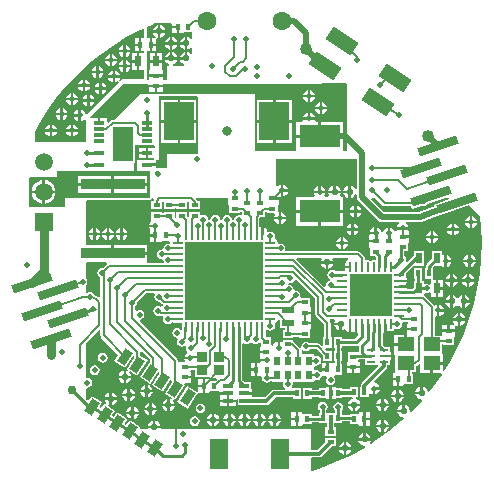
<source format=gtl>
%FSLAX24Y24*%
%MOIN*%
G70*
G01*
G75*
G04 Layer_Physical_Order=1*
G04 Layer_Color=255*
%ADD10C,0.0080*%
%ADD11R,0.0650X0.1122*%
%ADD12R,0.0354X0.0118*%
G04:AMPARAMS|DCode=13|XSize=29.9mil|YSize=50mil|CornerRadius=0mil|HoleSize=0mil|Usage=FLASHONLY|Rotation=327.000|XOffset=0mil|YOffset=0mil|HoleType=Round|Shape=Rectangle|*
%AMROTATEDRECTD13*
4,1,4,-0.0262,-0.0128,0.0011,0.0291,0.0262,0.0128,-0.0011,-0.0291,-0.0262,-0.0128,0.0*
%
%ADD13ROTATEDRECTD13*%

%ADD14R,0.2598X0.2598*%
%ADD15O,0.0354X0.0098*%
%ADD16O,0.0098X0.0354*%
%ADD17O,0.0098X0.0335*%
%ADD18O,0.0335X0.0098*%
%ADD19R,0.1417X0.1417*%
G04:AMPARAMS|DCode=20|XSize=50mil|YSize=100mil|CornerRadius=0mil|HoleSize=0mil|Usage=FLASHONLY|Rotation=56.000|XOffset=0mil|YOffset=0mil|HoleType=Round|Shape=Rectangle|*
%AMROTATEDRECTD20*
4,1,4,0.0275,-0.0487,-0.0554,0.0072,-0.0275,0.0487,0.0554,-0.0072,0.0275,-0.0487,0.0*
%
%ADD20ROTATEDRECTD20*%

%ADD21R,0.0276X0.0079*%
%ADD22R,0.0157X0.0236*%
%ADD23R,0.0591X0.1024*%
%ADD24R,0.0236X0.0157*%
%ADD25R,0.0138X0.0217*%
%ADD26R,0.0335X0.0118*%
%ADD27R,0.0197X0.0315*%
%ADD28R,0.0551X0.0453*%
%ADD29R,0.0197X0.0354*%
%ADD30R,0.0394X0.0197*%
%ADD31R,0.0374X0.0335*%
%ADD32R,0.2126X0.0374*%
%ADD33R,0.1378X0.0768*%
%ADD34R,0.0984X0.1260*%
G04:AMPARAMS|DCode=35|XSize=28.7mil|YSize=135mil|CornerRadius=0mil|HoleSize=0mil|Usage=FLASHONLY|Rotation=108.600|XOffset=0mil|YOffset=0mil|HoleType=Round|Shape=Rectangle|*
%AMROTATEDRECTD35*
4,1,4,0.0686,0.0079,-0.0594,-0.0352,-0.0686,-0.0079,0.0594,0.0352,0.0686,0.0079,0.0*
%
%ADD35ROTATEDRECTD35*%

%ADD36C,0.0130*%
%ADD37C,0.0060*%
%ADD38C,0.0200*%
%ADD39C,0.0100*%
%ADD40C,0.0300*%
%ADD41C,0.0123*%
%ADD42C,0.0630*%
%ADD43R,0.0591X0.0591*%
%ADD44C,0.0591*%
%ADD45C,0.0217*%
%ADD46C,0.0315*%
%ADD47C,0.0200*%
%ADD48C,0.0400*%
%ADD49C,0.0300*%
%ADD50C,0.0220*%
G36*
X-4604Y-648D02*
X-4601Y-707D01*
X-4734Y-840D01*
X-4750Y-837D01*
X-4812Y-849D01*
X-4865Y-885D01*
X-4901Y-938D01*
X-4913Y-1000D01*
X-4901Y-1062D01*
X-4865Y-1115D01*
X-4812Y-1151D01*
X-4802Y-1153D01*
Y-1806D01*
X-4852Y-1818D01*
X-4935Y-1754D01*
X-4978Y-1736D01*
X-4986Y-1731D01*
X-4986Y-1731D01*
X-4996Y-1729D01*
X-5009Y-1723D01*
X-5035Y-1685D01*
X-5088Y-1649D01*
X-5150Y-1637D01*
X-5212Y-1649D01*
X-5250Y-1674D01*
X-5298Y-1654D01*
X-5300Y-1652D01*
Y-1426D01*
X-5285Y-1415D01*
X-5249Y-1362D01*
X-5237Y-1300D01*
X-5249Y-1238D01*
X-5285Y-1185D01*
X-5300Y-1174D01*
Y-674D01*
X-5265Y-639D01*
X-4612D01*
X-4604Y-648D01*
D02*
G37*
G36*
X-1540Y4865D02*
X-1550Y2991D01*
X-1584Y2963D01*
X-1647Y2951D01*
X-1648Y2950D01*
X-2600D01*
Y2500D01*
X-2966D01*
Y2571D01*
X-3243D01*
Y2651D01*
X-2966D01*
Y2750D01*
X-2850D01*
Y4900D01*
X-1575D01*
X-1540Y4865D01*
D02*
G37*
G36*
X2358Y-1852D02*
Y-2357D01*
X2366Y-2396D01*
X2388Y-2430D01*
X2662Y-2704D01*
Y-3140D01*
X2625D01*
Y-3420D01*
X2579Y-3439D01*
X2518Y-3378D01*
X2485Y-3356D01*
X2446Y-3348D01*
X2174D01*
X2165Y-3335D01*
X2112Y-3299D01*
X2050Y-3287D01*
X1988Y-3299D01*
X1935Y-3335D01*
X1899Y-3388D01*
X1887Y-3450D01*
X1889Y-3461D01*
X1843Y-3486D01*
X1664Y-3307D01*
X1631Y-3285D01*
X1630Y-3284D01*
Y-3240D01*
X1274D01*
Y-3290D01*
X1230Y-3314D01*
X1219Y-3307D01*
X1181Y-3299D01*
Y-3495D01*
X1101D01*
Y-3299D01*
X1063Y-3307D01*
X997Y-3351D01*
X953Y-3417D01*
X953Y-3418D01*
X946Y-3422D01*
X940Y-3421D01*
X896Y-3379D01*
Y-3152D01*
X724D01*
X700Y-3128D01*
Y-2985D01*
X701Y-2984D01*
X709Y-2941D01*
Y-2908D01*
X721Y-2899D01*
X759Y-2886D01*
X801Y-2914D01*
X864Y-2926D01*
X926Y-2914D01*
X979Y-2878D01*
X1014Y-2826D01*
X1027Y-2763D01*
X1015Y-2705D01*
X1015Y-2698D01*
X1034Y-2650D01*
X1070Y-2626D01*
X1094Y-2590D01*
X1100Y-2564D01*
X1145Y-2545D01*
X1151Y-2544D01*
X1193Y-2587D01*
Y-2825D01*
X1350D01*
Y-2886D01*
X1274D01*
Y-3163D01*
X1630D01*
Y-3126D01*
X1822D01*
Y-3166D01*
X2178D01*
Y-2902D01*
X2178Y-2888D01*
X2210Y-2852D01*
X2218D01*
Y-2713D01*
X2000D01*
Y-2633D01*
X2218D01*
Y-2506D01*
Y-2367D01*
X2000D01*
Y-2287D01*
X2218D01*
Y-2148D01*
X2210D01*
X2210Y-2148D01*
X2178Y-2112D01*
X2178Y-2098D01*
Y-1834D01*
X1892D01*
X1856Y-1784D01*
X1863Y-1750D01*
X1851Y-1688D01*
X1815Y-1635D01*
X1762Y-1599D01*
X1700Y-1587D01*
X1682Y-1590D01*
X1639Y-1550D01*
X1627Y-1488D01*
X1591Y-1435D01*
X1539Y-1399D01*
X1476Y-1387D01*
X1453Y-1356D01*
X1493Y-1326D01*
X1518Y-1331D01*
X1581Y-1319D01*
X1634Y-1283D01*
X1668Y-1232D01*
X1674Y-1225D01*
X1721Y-1215D01*
X2358Y-1852D01*
D02*
G37*
G36*
X253Y-3333D02*
X306Y-3369D01*
X368Y-3381D01*
X431Y-3369D01*
X484Y-3333D01*
X490Y-3323D01*
X540Y-3339D01*
Y-3416D01*
X540Y-3429D01*
X508Y-3466D01*
X500D01*
Y-3605D01*
X718D01*
Y-3685D01*
X500D01*
Y-3824D01*
X522D01*
X552Y-3860D01*
X750D01*
Y-3940D01*
X554D01*
X556Y-3952D01*
X524Y-3999D01*
X519Y-4002D01*
X423D01*
Y-4220D01*
Y-4438D01*
X535D01*
X577Y-4482D01*
X574Y-4497D01*
X586Y-4560D01*
X622Y-4613D01*
X675Y-4648D01*
X737Y-4660D01*
X800Y-4648D01*
X853Y-4613D01*
X868Y-4589D01*
X930D01*
Y-4624D01*
X1247D01*
Y-4624D01*
X1284D01*
X1285Y-4674D01*
X1280Y-4703D01*
X1292Y-4765D01*
X1327Y-4818D01*
X1360Y-4840D01*
X1345Y-4890D01*
X982D01*
X933Y-4900D01*
X892Y-4928D01*
X673Y-5146D01*
X261D01*
Y-5058D01*
X-6D01*
Y-4978D01*
X261D01*
Y-4859D01*
X221D01*
Y-4643D01*
X33D01*
X23Y-4633D01*
X-13Y-4608D01*
X-45Y-4602D01*
X-76Y-4571D01*
Y-3373D01*
X-26Y-3347D01*
X6Y-3369D01*
X68Y-3381D01*
X131Y-3369D01*
X184Y-3333D01*
X193Y-3319D01*
X243D01*
X253Y-3333D01*
D02*
G37*
G36*
X3456Y-537D02*
X3454Y-537D01*
X3405Y-570D01*
X3372Y-620D01*
X3360Y-678D01*
Y-756D01*
X3512D01*
Y-836D01*
X3360D01*
Y-914D01*
X3317Y-951D01*
X3251D01*
X3247Y-950D01*
X3042D01*
X3040Y-947D01*
X2987Y-911D01*
X2924Y-899D01*
X2862Y-911D01*
X2809Y-947D01*
X2774Y-999D01*
X2761Y-1062D01*
X2774Y-1124D01*
X2809Y-1177D01*
X2853Y-1207D01*
X2853Y-1243D01*
X2848Y-1259D01*
X2806Y-1267D01*
X2753Y-1302D01*
X2718Y-1355D01*
X2705Y-1418D01*
X2711Y-1445D01*
X2665Y-1470D01*
X1732Y-537D01*
X1753Y-487D01*
X2546D01*
X2573Y-537D01*
X2552Y-568D01*
X2544Y-610D01*
X2956D01*
X2948Y-568D01*
X2927Y-537D01*
X2954Y-487D01*
X3451D01*
X3456Y-537D01*
D02*
G37*
G36*
X3020Y-2592D02*
X3002Y-2618D01*
X2994Y-2660D01*
X3200D01*
Y-2700D01*
X3240D01*
Y-2906D01*
X3282Y-2898D01*
X3319Y-2873D01*
X3343Y-2877D01*
X3379Y-2893D01*
X3405Y-2931D01*
X3454Y-2964D01*
X3472Y-2968D01*
Y-2706D01*
X3552D01*
Y-2968D01*
X3571Y-2964D01*
X3611Y-2937D01*
X3651Y-2964D01*
X3669Y-2968D01*
Y-2706D01*
X3749D01*
Y-2972D01*
X3794Y-3002D01*
Y-3084D01*
X3672Y-3206D01*
X3257D01*
Y-3140D01*
X2980D01*
Y-3496D01*
X3006D01*
Y-3590D01*
X2980D01*
Y-3946D01*
X3006D01*
Y-3995D01*
X3005Y-3997D01*
X2993Y-4003D01*
X2943Y-4000D01*
Y-4000D01*
X2804D01*
Y-4218D01*
X2764D01*
Y-4258D01*
X2585D01*
Y-4296D01*
X2535Y-4311D01*
X2522Y-4291D01*
X2469Y-4256D01*
X2406Y-4243D01*
X2360Y-4252D01*
X2310Y-4223D01*
Y-4201D01*
X2310Y-4189D01*
Y-4170D01*
Y-4151D01*
X2310Y-4139D01*
Y-4132D01*
X2360Y-4092D01*
X2384Y-4097D01*
X2446Y-4085D01*
X2499Y-4049D01*
X2535Y-3996D01*
X2547Y-3934D01*
X2535Y-3871D01*
X2499Y-3818D01*
X2446Y-3783D01*
X2384Y-3771D01*
X2360Y-3775D01*
X2310Y-3735D01*
Y-3716D01*
X2006D01*
X1993Y-3716D01*
X1974D01*
X1956D01*
X1949Y-3716D01*
X1899Y-3702D01*
Y-3597D01*
X1904Y-3593D01*
X1932Y-3578D01*
X1948Y-3574D01*
X1988Y-3601D01*
X2050Y-3613D01*
X2112Y-3601D01*
X2165Y-3565D01*
X2174Y-3552D01*
X2404D01*
X2625Y-3773D01*
Y-3946D01*
X2903D01*
Y-3590D01*
X2730D01*
X2683Y-3542D01*
X2702Y-3496D01*
X2903D01*
Y-3140D01*
X2866D01*
Y-2661D01*
X2858Y-2622D01*
X2838Y-2592D01*
X2842Y-2570D01*
X2854Y-2542D01*
X2993D01*
X3020Y-2592D01*
D02*
G37*
G36*
X-548Y1308D02*
X-540D01*
X-508Y1272D01*
Y994D01*
X-152D01*
Y1041D01*
X-98D01*
Y947D01*
X-148Y915D01*
X-190Y924D01*
X-252Y911D01*
X-305Y876D01*
X-340Y823D01*
X-348Y783D01*
X-380Y769D01*
X-425Y792D01*
X-433Y829D01*
X-468Y882D01*
X-521Y917D01*
X-583Y930D01*
X-646Y917D01*
X-699Y882D01*
X-734Y829D01*
X-742Y787D01*
X-755Y772D01*
X-805Y773D01*
X-817Y787D01*
X-826Y835D01*
X-862Y888D01*
X-914Y924D01*
X-977Y936D01*
X-1039Y924D01*
X-1092Y888D01*
X-1128Y835D01*
X-1135Y798D01*
X-1178Y768D01*
X-1209Y785D01*
X-1220Y842D01*
X-1255Y895D01*
X-1308Y930D01*
X-1371Y943D01*
X-1432Y930D01*
X-1441Y929D01*
X-1482Y957D01*
Y1042D01*
X-1838D01*
Y886D01*
X-1888Y863D01*
X-1912Y883D01*
Y1042D01*
X-2268D01*
Y864D01*
X-2318Y837D01*
X-2332Y846D01*
Y1042D01*
X-2688D01*
Y995D01*
X-2752D01*
Y1042D01*
X-3108D01*
Y764D01*
X-3108Y764D01*
X-3108D01*
D01*
X-3121Y717D01*
X-3121Y717D01*
X-3166Y651D01*
X-3173Y613D01*
X-2977D01*
Y533D01*
X-3173D01*
X-3166Y495D01*
Y495D01*
X-3156Y468D01*
Y468D01*
X-3156Y468D01*
X-3156Y468D01*
Y290D01*
X-2977D01*
Y250D01*
X-2937D01*
Y32D01*
X-2798D01*
Y40D01*
X-2798Y40D01*
X-2762Y72D01*
X-2748Y72D01*
X-2521D01*
X-2482Y30D01*
X-2484Y9D01*
X-2528Y-26D01*
X-2549Y-22D01*
X-2611Y-34D01*
X-2664Y-70D01*
X-2700Y-123D01*
X-2712Y-185D01*
X-2756Y-221D01*
X-2767Y-219D01*
X-2830Y-231D01*
X-2883Y-267D01*
X-2918Y-320D01*
X-2931Y-382D01*
X-2918Y-444D01*
X-2883Y-497D01*
X-2830Y-533D01*
X-2767Y-545D01*
X-2749Y-542D01*
X-2706Y-579D01*
X-2696Y-627D01*
X-2725Y-677D01*
X-3209D01*
X-3237Y-639D01*
Y-392D01*
X-4400D01*
Y-352D01*
X-4440D01*
Y-65D01*
X-5300D01*
Y1400D01*
X-5265Y1435D01*
X-3150D01*
X-3104Y1454D01*
X-3085Y1500D01*
X-3038D01*
X-3012Y1450D01*
X-3015Y1445D01*
X-3022Y1410D01*
Y1396D01*
X-3108D01*
Y1118D01*
X-2752D01*
Y1348D01*
X-2720Y1368D01*
X-2689Y1349D01*
X-2688Y1348D01*
Y1118D01*
X-2332D01*
Y1165D01*
X-2268D01*
Y1118D01*
X-1912D01*
Y1348D01*
Y1361D01*
X-1875Y1383D01*
X-1838Y1361D01*
Y1118D01*
X-1482D01*
Y1396D01*
X-1582D01*
X-1595Y1415D01*
X-1634Y1454D01*
X-1615Y1500D01*
X-548D01*
Y1308D01*
D02*
G37*
G36*
X-2984Y-1712D02*
X-3001Y-1738D01*
X-3013Y-1800D01*
X-3001Y-1862D01*
X-2965Y-1915D01*
X-2912Y-1951D01*
X-2850Y-1963D01*
X-2822Y-1958D01*
X-2758Y-2022D01*
X-2728Y-2042D01*
X-2723Y-2055D01*
X-2747Y-2091D01*
X-2749Y-2104D01*
X-2805Y-2127D01*
X-2819Y-2117D01*
X-2882Y-2105D01*
X-2944Y-2117D01*
X-2997Y-2152D01*
X-3032Y-2205D01*
X-3045Y-2268D01*
X-3032Y-2330D01*
X-2997Y-2383D01*
X-2944Y-2419D01*
X-2882Y-2431D01*
X-2850Y-2425D01*
X-2834Y-2435D01*
X-2799Y-2442D01*
X-2735D01*
X-2733Y-2446D01*
X-2713Y-2492D01*
X-2724Y-2547D01*
X-2712Y-2610D01*
X-2677Y-2663D01*
X-2624Y-2698D01*
X-2561Y-2710D01*
X-2499Y-2698D01*
X-2446Y-2663D01*
X-2446Y-2662D01*
X-2397Y-2650D01*
X-2355Y-2659D01*
X-2118D01*
X-2089Y-2675D01*
X-2073Y-2704D01*
Y-2791D01*
X-2073Y-2792D01*
X-2081Y-2831D01*
Y-2876D01*
X-2131Y-2891D01*
X-2135Y-2885D01*
X-2188Y-2849D01*
X-2250Y-2837D01*
X-2312Y-2849D01*
X-2365Y-2885D01*
X-2401Y-2938D01*
X-2413Y-3000D01*
X-2401Y-3062D01*
X-2365Y-3115D01*
X-2312Y-3151D01*
X-2260Y-3161D01*
X-2240Y-3191D01*
X-2233Y-3211D01*
X-2251Y-3238D01*
X-2263Y-3300D01*
X-2251Y-3362D01*
X-2215Y-3415D01*
X-2162Y-3451D01*
X-2100Y-3463D01*
X-2038Y-3451D01*
X-1997Y-3424D01*
X-1954Y-3452D01*
X-1963Y-3500D01*
X-1951Y-3562D01*
X-1915Y-3615D01*
X-1915Y-3615D01*
Y-3676D01*
X-1953Y-3701D01*
X-1997Y-3767D01*
X-2005Y-3805D01*
X-1809D01*
Y-3885D01*
X-2005D01*
X-1997Y-3923D01*
X-1986Y-3940D01*
X-2009Y-3984D01*
X-2178D01*
X-2216Y-3955D01*
Y-3932D01*
X-2224Y-3893D01*
X-2246Y-3860D01*
X-3494Y-2611D01*
X-3477Y-2558D01*
X-3438Y-2551D01*
X-3385Y-2515D01*
X-3349Y-2462D01*
X-3337Y-2400D01*
X-3349Y-2338D01*
X-3385Y-2285D01*
X-3438Y-2249D01*
X-3500Y-2237D01*
X-3562Y-2249D01*
X-3598Y-2273D01*
X-3648Y-2250D01*
Y-2124D01*
X-3635Y-2115D01*
X-3599Y-2062D01*
X-3587Y-2000D01*
X-3590Y-1984D01*
X-3268Y-1662D01*
X-3010D01*
X-2984Y-1712D01*
D02*
G37*
G36*
X3400Y5291D02*
Y4002D01*
Y3050D01*
X3332D01*
X3289Y3066D01*
X3289Y3100D01*
Y3510D01*
X1711D01*
Y3100D01*
X1711Y3066D01*
X1668Y3050D01*
X1668D01*
X350D01*
X350Y4950D01*
X-1539D01*
X-1552Y4955D01*
X-1575Y4965D01*
X-1575Y4965D01*
X-1575Y4965D01*
X-2850D01*
X-2886Y4950D01*
X-3500D01*
X-4348Y4102D01*
X-4400D01*
X-4439Y4094D01*
X-4472Y4072D01*
X-4534Y4010D01*
X-4580Y4030D01*
Y4148D01*
X-4817D01*
Y3989D01*
X-4897D01*
Y4148D01*
X-5131D01*
X-5164Y4186D01*
X-4050Y5300D01*
X-3203D01*
X-3168Y5265D01*
Y5263D01*
X-2732D01*
Y5300D01*
X2150Y5300D01*
X2968Y5318D01*
X2970Y5316D01*
X2971Y5318D01*
X3364Y5326D01*
X3400Y5291D01*
D02*
G37*
G36*
X-3350Y7120D02*
Y6818D01*
X-3437D01*
Y6600D01*
Y6382D01*
X-3350D01*
Y6327D01*
X-3505D01*
Y6050D01*
Y5773D01*
X-3350D01*
Y5450D01*
X-4100D01*
X-4149Y5401D01*
X-4187Y5433D01*
X-4162Y5472D01*
X-4154Y5510D01*
X-4310D01*
Y5354D01*
X-4272Y5362D01*
X-4233Y5387D01*
X-4201Y5349D01*
X-5259Y4291D01*
X-5307Y4305D01*
X-5312Y4328D01*
X-5356Y4394D01*
X-5422Y4438D01*
X-5460Y4446D01*
Y4250D01*
Y4054D01*
X-5422Y4062D01*
X-5356Y4106D01*
X-5350Y4114D01*
X-5300Y4099D01*
Y3350D01*
X-7000D01*
Y3684D01*
X-6854Y3957D01*
X-6580Y4397D01*
X-6279Y4818D01*
X-5950Y5218D01*
X-5596Y5596D01*
X-5218Y5950D01*
X-4818Y6279D01*
X-4397Y6580D01*
X-3957Y6854D01*
X-3500Y7098D01*
X-3392Y7147D01*
X-3350Y7120D01*
D02*
G37*
G36*
X6819Y1451D02*
X6312Y1280D01*
X6334Y1215D01*
X5830Y1023D01*
X4658D01*
X4227Y1454D01*
X4246Y1500D01*
X4356D01*
X4598Y1258D01*
X4631Y1236D01*
X4670Y1228D01*
X5540D01*
X5573Y1129D01*
X5867Y1228D01*
X5978D01*
X6017Y1236D01*
X6050Y1258D01*
X6098Y1306D01*
X6675Y1500D01*
X6810D01*
X6819Y1451D01*
D02*
G37*
G36*
X-3000Y3215D02*
Y3164D01*
X-3203D01*
Y3005D01*
Y2846D01*
X-3035D01*
X-3019Y2829D01*
X-3012Y2796D01*
X-3031Y2750D01*
X-3600Y2750D01*
X-3600Y2400D01*
X-3150Y2400D01*
X-3150Y2250D01*
Y1500D01*
X-6000D01*
Y1200D01*
X-7200D01*
X-7200Y2165D01*
X-7165Y2200D01*
X-6250D01*
X-6250Y2400D01*
X-3700D01*
Y2679D01*
X-3665D01*
Y2850D01*
X-3662Y2867D01*
X-3665Y2883D01*
Y3250D01*
X-3035D01*
X-3000Y3215D01*
D02*
G37*
G36*
X3747Y1792D02*
X3698Y1782D01*
X3651Y1851D01*
X3582Y1898D01*
X3540Y1906D01*
Y1700D01*
Y1494D01*
X3582Y1502D01*
X3651Y1549D01*
X3698Y1618D01*
X3747Y1608D01*
Y1540D01*
X3750Y1524D01*
Y1500D01*
X3755D01*
X3759Y1478D01*
X3795Y1425D01*
X4475Y745D01*
X4528Y709D01*
X4590Y697D01*
X5140D01*
X5156Y647D01*
X5124Y626D01*
X5080Y560D01*
X5072Y522D01*
X5464D01*
X5457Y560D01*
X5413Y626D01*
X5381Y647D01*
X5396Y697D01*
X5860D01*
X5889Y703D01*
X5918Y708D01*
X6427Y901D01*
X6442Y894D01*
X6442Y894D01*
X7497Y1249D01*
X7861Y884D01*
X7897Y518D01*
X7914Y0D01*
X7897Y-518D01*
X7847Y-1033D01*
X7762Y-1544D01*
X7645Y-2048D01*
X7494Y-2544D01*
X7312Y-3029D01*
X7098Y-3500D01*
X6854Y-3957D01*
X6659Y-4271D01*
X6609Y-4257D01*
Y-4055D01*
X6273D01*
Y-4341D01*
X6556D01*
X6584Y-4391D01*
X6580Y-4397D01*
X6279Y-4818D01*
X6158Y-4965D01*
X6104Y-4951D01*
X6098Y-4918D01*
X6051Y-4849D01*
X5982Y-4802D01*
X5940Y-4794D01*
Y-5000D01*
X5900D01*
Y-5040D01*
X5694D01*
X5702Y-5082D01*
X5749Y-5151D01*
X5818Y-5198D01*
X5888Y-5212D01*
X5905Y-5246D01*
X5908Y-5263D01*
X5596Y-5596D01*
X5559Y-5631D01*
X5513Y-5606D01*
X5514Y-5600D01*
X5498Y-5518D01*
X5451Y-5449D01*
X5382Y-5402D01*
X5340Y-5394D01*
Y-5600D01*
X5300D01*
Y-5640D01*
X5094D01*
X5102Y-5682D01*
X5149Y-5751D01*
X5218Y-5798D01*
X5292Y-5813D01*
X5317Y-5858D01*
X5218Y-5950D01*
X4818Y-6279D01*
X4397Y-6580D01*
X4218Y-6692D01*
X4182Y-6655D01*
X4198Y-6632D01*
X4206Y-6590D01*
X3794D01*
X3802Y-6632D01*
X3849Y-6701D01*
X3918Y-6748D01*
X4000Y-6764D01*
X4010Y-6762D01*
X4029Y-6809D01*
X3957Y-6854D01*
X3500Y-7098D01*
X3029Y-7312D01*
X2544Y-7494D01*
X2240Y-7586D01*
X2200Y-7557D01*
Y-7184D01*
X2235Y-7148D01*
X2493D01*
X2541Y-7139D01*
X2583Y-7111D01*
X2910Y-6784D01*
X3046D01*
Y-6506D01*
X2690D01*
Y-6643D01*
X2440Y-6893D01*
X2200D01*
Y-6200D01*
X-2011D01*
X-2043Y-6194D01*
X-2076Y-6200D01*
X-2771D01*
X-2791Y-6175D01*
X-3228D01*
X-3248Y-6200D01*
X-3381D01*
X-3414Y-6178D01*
X-3426Y-6197D01*
X-3472Y-6196D01*
X-3495Y-6154D01*
X-3482Y-6134D01*
X-3834Y-5906D01*
X-3935Y-6063D01*
X-3975Y-6044D01*
X-3987Y-5994D01*
X-3925Y-5898D01*
X-3925Y-5898D01*
Y-5898D01*
X-3912Y-5879D01*
X-3905Y-5868D01*
X-3902Y-5863D01*
X-3902Y-5863D01*
D01*
X-3902Y-5863D01*
X-3901Y-5862D01*
X-3901Y-5862D01*
X-3901Y-5862D01*
X-3893Y-5850D01*
X-3883Y-5837D01*
X-3858Y-5832D01*
X-3831Y-5850D01*
X-3817Y-5859D01*
X-3776Y-5868D01*
Y-5703D01*
X-3940D01*
X-3932Y-5744D01*
X-3904Y-5787D01*
X-3904Y-5787D01*
X-3904Y-5787D01*
X-3903Y-5788D01*
X-3886Y-5813D01*
X-3886Y-5813D01*
X-3886Y-5813D01*
Y-5813D01*
X-3886Y-5813D01*
X-3890Y-5819D01*
X-3904Y-5838D01*
X-3906Y-5842D01*
X-3907Y-5842D01*
X-3912Y-5849D01*
X-3915Y-5853D01*
X-3942Y-5836D01*
X-3943Y-5835D01*
X-3943Y-5835D01*
X-3943Y-5835D01*
X-4253Y-5634D01*
X-4355Y-5790D01*
X-4394Y-5772D01*
X-4407Y-5722D01*
X-4321Y-5590D01*
X-4566Y-5430D01*
X-4544Y-5388D01*
X-4502Y-5396D01*
Y-5231D01*
X-4667D01*
X-4658Y-5273D01*
X-4612Y-5342D01*
X-4641Y-5382D01*
X-4672Y-5361D01*
X-4774Y-5518D01*
X-4813Y-5499D01*
X-4826Y-5450D01*
X-4740Y-5317D01*
X-5092Y-5089D01*
X-5192Y-5244D01*
X-5242Y-5249D01*
X-5300Y-5191D01*
Y-4864D01*
X-5250Y-4823D01*
X-5237Y-4826D01*
X-5175Y-4813D01*
X-5122Y-4778D01*
X-5087Y-4725D01*
X-5074Y-4663D01*
X-5087Y-4600D01*
X-5122Y-4547D01*
X-5175Y-4512D01*
X-5237Y-4500D01*
X-5250Y-4502D01*
X-5300Y-4461D01*
Y-3344D01*
X-4848Y-2892D01*
X-4802Y-2911D01*
Y-3081D01*
X-4794Y-3120D01*
X-4772Y-3153D01*
X-4204Y-3722D01*
X-4340Y-3932D01*
X-3988Y-4160D01*
X-3726Y-3756D01*
X-3678Y-3770D01*
Y-3830D01*
X-3921Y-4204D01*
X-3886Y-4226D01*
X-3909Y-4269D01*
X-3951Y-4261D01*
Y-4425D01*
X-3786D01*
X-3794Y-4384D01*
X-3840Y-4315D01*
X-3812Y-4275D01*
X-3569Y-4432D01*
X-3231Y-3912D01*
X-3474Y-3755D01*
Y-3641D01*
X-3430Y-3619D01*
X-3426Y-3618D01*
X-3152Y-3892D01*
Y-3910D01*
X-3164Y-3956D01*
X-3164D01*
Y-3956D01*
X-3501Y-4476D01*
X-3192Y-4678D01*
X-3192Y-4678D01*
X-3191Y-4678D01*
X-3178Y-4686D01*
X-3163Y-4696D01*
X-3165Y-4707D01*
X-3167Y-4711D01*
X-3167Y-4711D01*
X-3167Y-4711D01*
X-3168Y-4714D01*
X-3180Y-4734D01*
X-3182Y-4740D01*
X-3215Y-4734D01*
X-3218Y-4734D01*
X-3218D01*
X-3224Y-4732D01*
Y-4897D01*
X-3060D01*
X-3068Y-4856D01*
X-3114Y-4787D01*
X-3143Y-4767D01*
D01*
X-3155Y-4759D01*
X-3163Y-4729D01*
X-3157Y-4719D01*
X-3152Y-4708D01*
X-3125Y-4667D01*
X-3125Y-4667D01*
X-3125Y-4667D01*
X-3125D01*
D01*
X-2887Y-4301D01*
X-2839Y-4315D01*
Y-4375D01*
X-3082Y-4749D01*
X-2730Y-4977D01*
X-2468Y-4573D01*
X-2420Y-4587D01*
Y-4647D01*
X-2663Y-5021D01*
X-2434Y-5170D01*
X-2456Y-5212D01*
X-2498Y-5204D01*
Y-5369D01*
X-2333D01*
X-2342Y-5327D01*
X-2388Y-5258D01*
X-2359Y-5218D01*
X-2311Y-5249D01*
X-1973Y-4729D01*
X-2013Y-4704D01*
X-1999Y-4656D01*
X-1782D01*
Y-4517D01*
X-2000D01*
Y-4437D01*
X-1782D01*
Y-4298D01*
X-1782D01*
X-1803Y-4254D01*
X-1792Y-4225D01*
X-1664D01*
Y-4471D01*
X-1170D01*
X-1133Y-4503D01*
Y-4512D01*
X-949D01*
X-930Y-4556D01*
X-957Y-4590D01*
X-1130D01*
X-1143Y-4590D01*
X-1180Y-4558D01*
Y-4550D01*
X-1319D01*
Y-4768D01*
Y-4986D01*
X-1180D01*
Y-4978D01*
X-1180Y-4978D01*
X-1143Y-4946D01*
X-1130Y-4946D01*
X-866D01*
X-866Y-4946D01*
Y-4946D01*
X-866Y-4946D01*
X-825Y-4967D01*
Y-4978D01*
X-557D01*
Y-5058D01*
X-825D01*
Y-5177D01*
Y-5234D01*
X-269D01*
X-244Y-5210D01*
X-233Y-5212D01*
Y-5393D01*
X-49D01*
X-6Y-5401D01*
X726D01*
X775Y-5392D01*
X816Y-5364D01*
X1035Y-5145D01*
X1602D01*
Y-5196D01*
X1880D01*
Y-4840D01*
X1604D01*
X1568Y-4804D01*
X1594Y-4765D01*
X1606Y-4703D01*
X1600Y-4674D01*
X1601Y-4650D01*
X1639Y-4624D01*
Y-4624D01*
X1639Y-4624D01*
X1943D01*
X1956Y-4624D01*
X1974D01*
X1993D01*
X2006Y-4624D01*
X2310D01*
Y-4590D01*
X2360Y-4560D01*
X2406Y-4569D01*
X2469Y-4557D01*
X2522Y-4522D01*
X2554Y-4473D01*
X2561Y-4465D01*
X2591Y-4436D01*
X2614Y-4436D01*
X2716D01*
X2739Y-4486D01*
X2716Y-4521D01*
X2704Y-4583D01*
X2716Y-4645D01*
X2752Y-4698D01*
X2804Y-4734D01*
X2867Y-4746D01*
X2929Y-4734D01*
X2982Y-4698D01*
X3018Y-4645D01*
X3030Y-4583D01*
X3018Y-4521D01*
X2982Y-4468D01*
X2977Y-4464D01*
X2976Y-4444D01*
X2979Y-4436D01*
X3022Y-4396D01*
X3257D01*
Y-4040D01*
X3230D01*
Y-3946D01*
X3257D01*
Y-3590D01*
X3230D01*
Y-3496D01*
X3257D01*
Y-3430D01*
X3718D01*
X3718Y-3430D01*
X3756Y-3422D01*
X3766Y-3424D01*
X3806Y-3452D01*
Y-3606D01*
X3796Y-3652D01*
X3440D01*
Y-3916D01*
X3440Y-3929D01*
X3408Y-3966D01*
X3400D01*
Y-4105D01*
X3836D01*
Y-3966D01*
X3830D01*
X3797Y-3929D01*
X3797Y-3928D01*
X3830Y-3880D01*
X4004D01*
Y-4064D01*
X4400D01*
Y-4064D01*
X4437D01*
X4457Y-4106D01*
X4459Y-4110D01*
X3905Y-4664D01*
X3878Y-4706D01*
X3868Y-4754D01*
Y-4790D01*
X3857D01*
Y-5146D01*
X4134D01*
Y-5042D01*
X4184Y-5015D01*
X4228Y-5044D01*
X4266Y-5052D01*
Y-4856D01*
X4306D01*
Y-4816D01*
X4502D01*
X4494Y-4778D01*
X4450Y-4712D01*
X4384Y-4668D01*
X4342Y-4659D01*
X4325Y-4605D01*
X4725Y-4205D01*
X4753Y-4164D01*
X4762Y-4115D01*
Y-4064D01*
X4833D01*
Y-3907D01*
X4873D01*
Y-3808D01*
X4635D01*
Y-3728D01*
X4873D01*
Y-3628D01*
X4833D01*
Y-3472D01*
X4694D01*
X4610Y-3388D01*
Y-3006D01*
X4614Y-3001D01*
X4654Y-2974D01*
Y-2706D01*
X4734D01*
Y-2968D01*
X4752Y-2964D01*
X4801Y-2931D01*
X4843Y-2923D01*
X4848Y-2927D01*
X4890Y-2935D01*
X4933Y-2927D01*
X4969Y-2902D01*
X4993Y-2866D01*
X5046Y-2859D01*
X5094Y-2869D01*
X5157Y-2856D01*
X5210Y-2821D01*
X5245Y-2768D01*
X5258Y-2706D01*
X5251Y-2675D01*
X5288Y-2625D01*
X5289Y-2625D01*
X5437D01*
X5446Y-2634D01*
X5453Y-2654D01*
X5432Y-2698D01*
X5432D01*
Y-2837D01*
X5650D01*
Y-2917D01*
X5432D01*
Y-3056D01*
X5407Y-3057D01*
Y-3385D01*
X5367D01*
Y-3425D01*
X4991D01*
Y-3711D01*
X4991D01*
X5031Y-3729D01*
Y-4271D01*
X5031Y-4301D01*
X4989Y-4321D01*
X4989Y-4321D01*
X4939D01*
Y-4499D01*
X5118D01*
Y-4539D01*
X5158D01*
Y-4757D01*
X5296D01*
Y-4749D01*
X5296Y-4749D01*
X5333Y-4717D01*
X5346Y-4717D01*
X5611D01*
Y-4361D01*
X5574D01*
Y-4301D01*
X5703D01*
Y-4113D01*
X5724Y-4109D01*
X5757Y-4087D01*
X5811Y-4033D01*
X5857Y-4052D01*
Y-4341D01*
X6193D01*
Y-4015D01*
X6233D01*
Y-3975D01*
X6609D01*
Y-3689D01*
X6609D01*
X6569Y-3671D01*
Y-3375D01*
X6622D01*
Y-3416D01*
X6978D01*
Y-3152D01*
X6978Y-3138D01*
X7010Y-3102D01*
X7018D01*
Y-2963D01*
X6582D01*
Y-3054D01*
X6569Y-3099D01*
X6537Y-3099D01*
X6532D01*
X6335D01*
Y-2469D01*
X6385Y-2441D01*
X6410Y-2446D01*
Y-2250D01*
Y-2054D01*
X6372Y-2062D01*
X6326Y-2092D01*
X6305Y-2061D01*
X6021Y-1777D01*
X5988Y-1755D01*
X5984Y-1754D01*
X5984Y-1706D01*
X6032Y-1674D01*
X6068Y-1681D01*
X6131Y-1669D01*
X6165Y-1646D01*
X6215Y-1669D01*
Y-1795D01*
X6374D01*
Y-1518D01*
Y-1241D01*
X6297D01*
X6284Y-1196D01*
X6284Y-1191D01*
Y-840D01*
X6284Y-840D01*
X6284D01*
X6284Y-840D01*
X6296Y-794D01*
X6335Y-755D01*
X6572D01*
X6622Y-788D01*
X6660Y-796D01*
Y-600D01*
Y-404D01*
X6622Y-412D01*
X6616Y-415D01*
X6572Y-392D01*
Y-281D01*
X6255D01*
Y-518D01*
X6066Y-707D01*
X6042Y-743D01*
X6033Y-786D01*
X6033Y-786D01*
Y-840D01*
X6007D01*
Y-1196D01*
X6202D01*
X6202Y-1196D01*
X6215Y-1241D01*
X6215Y-1246D01*
Y-1366D01*
X6165Y-1390D01*
X6131Y-1367D01*
X6068Y-1355D01*
X6032Y-1362D01*
X5981Y-1328D01*
Y-1281D01*
X5903D01*
Y-1196D01*
X5930D01*
Y-840D01*
X5652D01*
Y-1196D01*
X5679D01*
Y-1281D01*
X5665D01*
Y-1454D01*
X5578Y-1540D01*
X5453D01*
X5423Y-1496D01*
X5156D01*
Y-1416D01*
X5418D01*
X5415Y-1397D01*
X5388Y-1357D01*
X5415Y-1317D01*
X5418Y-1299D01*
X5156D01*
Y-1219D01*
X5418D01*
X5415Y-1201D01*
X5382Y-1151D01*
X5374Y-1110D01*
X5377Y-1104D01*
X5386Y-1062D01*
X5377Y-1019D01*
X5369Y-1007D01*
X5617Y-760D01*
X5665Y-755D01*
Y-755D01*
X5665Y-755D01*
X5981D01*
Y-281D01*
X5665D01*
Y-413D01*
X5657Y-414D01*
X5621Y-438D01*
X5621Y-438D01*
X5415Y-644D01*
X5372Y-617D01*
X5381Y-568D01*
X5369Y-505D01*
X5334Y-452D01*
X5331Y-450D01*
Y-284D01*
X5446D01*
Y-19D01*
X5446Y-6D01*
X5478Y31D01*
X5486D01*
Y169D01*
X5268D01*
Y249D01*
X5486D01*
Y388D01*
X5486Y388D01*
X5486D01*
X5464Y438D01*
X5464Y442D01*
X5072D01*
X5073Y438D01*
X5052Y392D01*
X5007Y410D01*
X4963Y476D01*
X4896Y521D01*
X4858Y528D01*
Y332D01*
X4778D01*
Y528D01*
X4740Y521D01*
X4674Y476D01*
X4630Y410D01*
X4619Y354D01*
X4568D01*
X4557Y410D01*
X4513Y476D01*
X4446Y521D01*
X4408Y528D01*
Y332D01*
X4368D01*
Y292D01*
X4172D01*
X4173Y288D01*
X4150Y238D01*
X4150D01*
X4150Y238D01*
Y99D01*
X4368D01*
Y19D01*
X4150D01*
Y-119D01*
X4158D01*
X4159Y-119D01*
X4190Y-156D01*
X4190Y-169D01*
Y-434D01*
X4348D01*
X4385Y-470D01*
Y-543D01*
X4361Y-561D01*
X4335Y-574D01*
X4300Y-567D01*
X4257Y-575D01*
X4235Y-590D01*
X4201Y-596D01*
X4167Y-590D01*
X4146Y-575D01*
X4103Y-567D01*
X4060Y-575D01*
X4058Y-577D01*
X4008Y-550D01*
Y-506D01*
X4000Y-467D01*
X3978Y-433D01*
X3858Y-313D01*
X3825Y-291D01*
X3786Y-283D01*
X1383D01*
X1355Y-233D01*
X1364Y-185D01*
X1352Y-123D01*
X1316Y-70D01*
X1263Y-34D01*
X1201Y-22D01*
X1145Y-33D01*
X1121Y-18D01*
X1101Y0D01*
X1103Y12D01*
X1094Y54D01*
X1070Y90D01*
X1034Y115D01*
X1015Y163D01*
X1015Y169D01*
X1027Y227D01*
X1014Y290D01*
X979Y343D01*
X926Y378D01*
X864Y391D01*
X801Y378D01*
X794Y373D01*
X750Y397D01*
Y405D01*
X738Y464D01*
X705Y513D01*
X656Y546D01*
X638Y550D01*
Y277D01*
X558D01*
Y550D01*
X543Y547D01*
X532Y547D01*
X493Y568D01*
Y836D01*
X511Y854D01*
X698D01*
Y1041D01*
X752D01*
Y994D01*
X988D01*
X1015Y944D01*
X989Y905D01*
X981Y867D01*
X1137D01*
Y1033D01*
X1108Y1057D01*
Y1272D01*
X1140Y1308D01*
X1148D01*
Y1447D01*
X930D01*
Y1527D01*
X1171D01*
X1200Y1556D01*
X1210Y1554D01*
Y1750D01*
Y1946D01*
X1172Y1938D01*
X1106Y1894D01*
X1100Y1885D01*
X1050Y1901D01*
Y2800D01*
X3747D01*
Y1792D01*
D02*
G37*
G36*
X-2406Y7283D02*
Y7240D01*
X-2227D01*
Y7200D01*
X-2187D01*
Y6982D01*
X-2048D01*
Y6990D01*
X-2012Y7022D01*
X-1744D01*
Y6810D01*
X-1794Y6795D01*
X-1799Y6801D01*
X-1868Y6848D01*
X-1910Y6856D01*
Y6650D01*
Y6444D01*
X-1868Y6452D01*
X-1799Y6499D01*
X-1794Y6505D01*
X-1744Y6490D01*
Y6310D01*
X-1794Y6295D01*
X-1799Y6301D01*
X-1868Y6348D01*
X-1910Y6356D01*
Y6150D01*
X-1950D01*
Y6110D01*
X-2156D01*
X-2148Y6068D01*
X-2101Y5999D01*
X-2032Y5952D01*
X-2021Y5950D01*
X-2026Y5900D01*
X-2374D01*
X-2379Y5950D01*
X-2368Y5952D01*
X-2299Y5999D01*
X-2252Y6068D01*
X-2244Y6110D01*
X-2656D01*
X-2648Y6068D01*
X-2601Y5999D01*
X-2532Y5952D01*
X-2521Y5950D01*
X-2526Y5900D01*
X-2600D01*
Y5418D01*
X-2697D01*
X-2732Y5453D01*
Y5537D01*
X-3168D01*
Y5440D01*
X-3204Y5431D01*
X-3244Y5465D01*
Y6382D01*
X-3163D01*
Y6600D01*
Y6818D01*
X-3244D01*
Y7214D01*
X-3029Y7312D01*
X-3012Y7318D01*
X-2441Y7318D01*
X-2406Y7283D01*
D02*
G37*
%LPC*%
G36*
X5078Y-4579D02*
X4939D01*
Y-4757D01*
X5078D01*
Y-4579D01*
D02*
G37*
G36*
X3780Y-4790D02*
X3502D01*
Y-4877D01*
X3253D01*
Y-4836D01*
X3037D01*
Y-4796D01*
X2908D01*
Y-5004D01*
Y-5213D01*
X3037D01*
Y-5173D01*
X3253D01*
Y-5132D01*
X3502D01*
Y-5146D01*
X3595D01*
X3600Y-5196D01*
X3568Y-5202D01*
X3499Y-5249D01*
X3452Y-5318D01*
X3444Y-5360D01*
X3856D01*
X3848Y-5318D01*
X3801Y-5249D01*
X3732Y-5202D01*
X3700Y-5196D01*
X3705Y-5146D01*
X3780D01*
Y-4790D01*
D02*
G37*
G36*
X6646Y-2290D02*
X6490D01*
Y-2446D01*
X6528Y-2438D01*
X6594Y-2394D01*
X6638Y-2328D01*
X6646Y-2290D01*
D02*
G37*
G36*
X-4031Y-4505D02*
X-4195D01*
X-4187Y-4546D01*
X-4141Y-4615D01*
X-4072Y-4661D01*
X-4031Y-4669D01*
Y-4505D01*
D02*
G37*
G36*
X-1399Y-4550D02*
X-1538D01*
Y-4728D01*
X-1399D01*
Y-4550D01*
D02*
G37*
G36*
X7190Y-2344D02*
Y-2510D01*
X7356D01*
X7348Y-2468D01*
X7301Y-2399D01*
X7232Y-2352D01*
X7190Y-2344D01*
D02*
G37*
G36*
X-3304Y-4732D02*
X-3345Y-4741D01*
X-3414Y-4787D01*
X-3460Y-4856D01*
X-3469Y-4897D01*
X-3304D01*
Y-4732D01*
D02*
G37*
G36*
X6860Y-1744D02*
X6818Y-1752D01*
X6749Y-1799D01*
X6702Y-1868D01*
X6694Y-1910D01*
X6860D01*
Y-1744D01*
D02*
G37*
G36*
X5860Y-4794D02*
X5818Y-4802D01*
X5749Y-4849D01*
X5702Y-4918D01*
X5694Y-4960D01*
X5860D01*
Y-4794D01*
D02*
G37*
G36*
X2828Y-4796D02*
X2699D01*
Y-4836D01*
X2484D01*
Y-4890D01*
X2234D01*
Y-4840D01*
X1957D01*
Y-5196D01*
X2234D01*
Y-5145D01*
X2484D01*
Y-5173D01*
X2699D01*
Y-5213D01*
X2828D01*
Y-5004D01*
Y-4796D01*
D02*
G37*
G36*
X6490Y-2054D02*
Y-2210D01*
X6646D01*
X6638Y-2172D01*
X6594Y-2106D01*
X6528Y-2062D01*
X6490Y-2054D01*
D02*
G37*
G36*
X6860Y-1990D02*
X6694D01*
X6702Y-2032D01*
X6749Y-2101D01*
X6818Y-2148D01*
X6860Y-2156D01*
Y-1990D01*
D02*
G37*
G36*
X7506D02*
X7340D01*
Y-2156D01*
X7382Y-2148D01*
X7451Y-2101D01*
X7498Y-2032D01*
X7506Y-1990D01*
D02*
G37*
G36*
X7110Y-2344D02*
X7068Y-2352D01*
X6999Y-2399D01*
X6952Y-2468D01*
X6944Y-2510D01*
X7110D01*
Y-2344D01*
D02*
G37*
G36*
X3578Y-4185D02*
X3400D01*
Y-4324D01*
X3578D01*
Y-4185D01*
D02*
G37*
G36*
X-4993Y-4080D02*
X-5056Y-4093D01*
X-5109Y-4128D01*
X-5144Y-4181D01*
X-5156Y-4243D01*
X-5144Y-4306D01*
X-5109Y-4359D01*
X-5056Y-4394D01*
X-4993Y-4406D01*
X-4931Y-4394D01*
X-4878Y-4359D01*
X-4843Y-4306D01*
X-4830Y-4243D01*
X-4843Y-4181D01*
X-4878Y-4128D01*
X-4931Y-4093D01*
X-4993Y-4080D01*
D02*
G37*
G36*
X5327Y-3059D02*
X4991D01*
Y-3345D01*
X5327D01*
Y-3059D01*
D02*
G37*
G36*
X-4724Y-3661D02*
X-4786Y-3673D01*
X-4839Y-3709D01*
X-4875Y-3762D01*
X-4887Y-3824D01*
X-4875Y-3886D01*
X-4839Y-3939D01*
X-4786Y-3975D01*
X-4724Y-3987D01*
X-4662Y-3975D01*
X-4609Y-3939D01*
X-4573Y-3886D01*
X-4561Y-3824D01*
X-4573Y-3762D01*
X-4609Y-3709D01*
X-4662Y-3673D01*
X-4724Y-3661D01*
D02*
G37*
G36*
X3836Y-4185D02*
X3658D01*
Y-4324D01*
X3836D01*
Y-4185D01*
D02*
G37*
G36*
X343Y-4002D02*
X204D01*
Y-4180D01*
X343D01*
Y-4002D01*
D02*
G37*
G36*
X2724Y-4000D02*
X2585D01*
Y-4178D01*
X2724D01*
Y-4000D01*
D02*
G37*
G36*
X7110Y-2590D02*
X6944D01*
X6952Y-2632D01*
X6994Y-2694D01*
X6985Y-2723D01*
X6973Y-2744D01*
X6840D01*
Y-2883D01*
X7018D01*
Y-2775D01*
X7068Y-2748D01*
X7110Y-2756D01*
Y-2590D01*
D02*
G37*
G36*
X-3786Y-4505D02*
X-3951D01*
Y-4669D01*
X-3909Y-4661D01*
X-3840Y-4615D01*
X-3794Y-4546D01*
X-3786Y-4505D01*
D02*
G37*
G36*
X7356Y-2590D02*
X7190D01*
Y-2756D01*
X7232Y-2748D01*
X7301Y-2701D01*
X7348Y-2632D01*
X7356Y-2590D01*
D02*
G37*
G36*
X6760Y-2744D02*
X6582D01*
Y-2883D01*
X6760D01*
Y-2744D01*
D02*
G37*
G36*
X-4031Y-4261D02*
X-4072Y-4269D01*
X-4141Y-4315D01*
X-4187Y-4384D01*
X-4195Y-4425D01*
X-4031D01*
Y-4261D01*
D02*
G37*
G36*
X3160Y-2740D02*
X2994D01*
X3002Y-2782D01*
X3049Y-2851D01*
X3118Y-2898D01*
X3160Y-2906D01*
Y-2740D01*
D02*
G37*
G36*
X343Y-4260D02*
X204D01*
Y-4438D01*
X343D01*
Y-4260D01*
D02*
G37*
G36*
X3446Y-40D02*
X3290D01*
Y-196D01*
X3328Y-188D01*
X3394Y-144D01*
X3438Y-78D01*
X3446Y-40D01*
D02*
G37*
G36*
X3210D02*
X3054D01*
X3062Y-78D01*
X3106Y-144D01*
X3172Y-188D01*
X3210Y-196D01*
Y-40D01*
D02*
G37*
G36*
X6446Y160D02*
X6290D01*
Y4D01*
X6328Y12D01*
X6394Y56D01*
X6438Y122D01*
X6446Y160D01*
D02*
G37*
G36*
X6210D02*
X6054D01*
X6062Y122D01*
X6106Y56D01*
X6172Y12D01*
X6210Y4D01*
Y160D01*
D02*
G37*
G36*
X7460Y-394D02*
X7418Y-402D01*
X7349Y-449D01*
X7302Y-518D01*
X7294Y-560D01*
X7460D01*
Y-394D01*
D02*
G37*
G36*
X6740Y-404D02*
Y-560D01*
X6896D01*
X6888Y-522D01*
X6844Y-456D01*
X6778Y-412D01*
X6740Y-404D01*
D02*
G37*
G36*
X-3237Y-65D02*
X-4360D01*
Y-312D01*
X-3237D01*
Y-65D01*
D02*
G37*
G36*
X7540Y-394D02*
Y-560D01*
X7706D01*
X7698Y-518D01*
X7651Y-449D01*
X7582Y-402D01*
X7540Y-394D01*
D02*
G37*
G36*
X-3017Y210D02*
X-3156D01*
Y32D01*
X-3017D01*
Y210D01*
D02*
G37*
G36*
X-4354Y260D02*
X-4510D01*
Y104D01*
X-4472Y112D01*
X-4406Y156D01*
X-4362Y222D01*
X-4361Y226D01*
X-4354Y260D01*
D02*
G37*
G36*
X-4590D02*
X-4746D01*
X-4739Y226D01*
X-4738Y222D01*
X-4694Y156D01*
X-4628Y112D01*
X-4590Y104D01*
Y260D01*
D02*
G37*
G36*
X-3904D02*
X-4060D01*
Y104D01*
X-4022Y112D01*
X-3956Y156D01*
X-3912Y222D01*
X-3904Y260D01*
D02*
G37*
G36*
X-4140D02*
X-4296D01*
X-4289Y226D01*
X-4288Y222D01*
X-4244Y156D01*
X-4178Y112D01*
X-4140Y104D01*
Y260D01*
D02*
G37*
G36*
X3290Y196D02*
Y40D01*
X3446D01*
X3438Y78D01*
X3394Y144D01*
X3328Y188D01*
X3290Y196D01*
D02*
G37*
G36*
X3210D02*
X3172Y188D01*
X3106Y144D01*
X3062Y78D01*
X3054Y40D01*
X3210D01*
Y196D01*
D02*
G37*
G36*
X-4804Y260D02*
X-4960D01*
Y104D01*
X-4922Y112D01*
X-4856Y156D01*
X-4812Y222D01*
X-4811Y226D01*
X-4804Y260D01*
D02*
G37*
G36*
X-5040D02*
X-5196D01*
X-5188Y222D01*
X-5144Y156D01*
X-5078Y112D01*
X-5040Y104D01*
Y260D01*
D02*
G37*
G36*
X7106Y-1290D02*
X6940D01*
Y-1456D01*
X6982Y-1448D01*
X7051Y-1401D01*
X7098Y-1332D01*
X7106Y-1290D01*
D02*
G37*
G36*
X6860D02*
X6694D01*
X6702Y-1332D01*
X6749Y-1401D01*
X6818Y-1448D01*
X6860Y-1456D01*
Y-1290D01*
D02*
G37*
G36*
X7656D02*
X7490D01*
Y-1456D01*
X7532Y-1448D01*
X7601Y-1401D01*
X7648Y-1332D01*
X7656Y-1290D01*
D02*
G37*
G36*
X7410D02*
X7244D01*
X7252Y-1332D01*
X7299Y-1401D01*
X7368Y-1448D01*
X7410Y-1456D01*
Y-1290D01*
D02*
G37*
G36*
X7260Y-1744D02*
X7218Y-1752D01*
X7149Y-1799D01*
X7130Y-1826D01*
X7070D01*
X7051Y-1799D01*
X6982Y-1752D01*
X6940Y-1744D01*
Y-1950D01*
Y-2156D01*
X6982Y-2148D01*
X7051Y-2101D01*
X7070Y-2074D01*
X7130D01*
X7149Y-2101D01*
X7218Y-2148D01*
X7260Y-2156D01*
Y-1950D01*
Y-1744D01*
D02*
G37*
G36*
X7340D02*
Y-1910D01*
X7506D01*
X7498Y-1868D01*
X7451Y-1799D01*
X7382Y-1752D01*
X7340Y-1744D01*
D02*
G37*
G36*
X6612Y-1241D02*
X6454D01*
Y-1478D01*
X6612D01*
Y-1241D01*
D02*
G37*
G36*
Y-1558D02*
X6454D01*
Y-1795D01*
X6612D01*
Y-1558D01*
D02*
G37*
G36*
X6860Y-1044D02*
X6818Y-1052D01*
X6749Y-1099D01*
X6702Y-1168D01*
X6694Y-1210D01*
X6860D01*
Y-1044D01*
D02*
G37*
G36*
X7460Y-640D02*
X7294D01*
X7302Y-682D01*
X7349Y-751D01*
X7418Y-798D01*
X7460Y-806D01*
Y-640D01*
D02*
G37*
G36*
X2956Y-690D02*
X2790D01*
Y-856D01*
X2832Y-848D01*
X2901Y-801D01*
X2948Y-732D01*
X2956Y-690D01*
D02*
G37*
G36*
X6896Y-640D02*
X6740D01*
Y-796D01*
X6778Y-788D01*
X6844Y-744D01*
X6888Y-678D01*
X6896Y-640D01*
D02*
G37*
G36*
X7706D02*
X7540D01*
Y-806D01*
X7582Y-798D01*
X7651Y-751D01*
X7698Y-682D01*
X7706Y-640D01*
D02*
G37*
G36*
X7410Y-1044D02*
X7368Y-1052D01*
X7299Y-1099D01*
X7252Y-1168D01*
X7244Y-1210D01*
X7410D01*
Y-1044D01*
D02*
G37*
G36*
X6940D02*
Y-1210D01*
X7106D01*
X7098Y-1168D01*
X7051Y-1099D01*
X6982Y-1052D01*
X6940Y-1044D01*
D02*
G37*
G36*
X2710Y-690D02*
X2544D01*
X2552Y-732D01*
X2599Y-801D01*
X2668Y-848D01*
X2710Y-856D01*
Y-690D01*
D02*
G37*
G36*
X7490Y-1044D02*
Y-1210D01*
X7656D01*
X7648Y-1168D01*
X7601Y-1099D01*
X7532Y-1052D01*
X7490Y-1044D01*
D02*
G37*
G36*
X4640Y-5894D02*
Y-6060D01*
X4806D01*
X4798Y-6018D01*
X4751Y-5949D01*
X4682Y-5902D01*
X4640Y-5894D01*
D02*
G37*
G36*
X4560D02*
X4518Y-5902D01*
X4449Y-5949D01*
X4402Y-6018D01*
X4394Y-6060D01*
X4560D01*
Y-5894D01*
D02*
G37*
G36*
X-1090Y-5694D02*
X-1132Y-5702D01*
X-1201Y-5749D01*
X-1248Y-5818D01*
X-1256Y-5860D01*
X-1090D01*
Y-5694D01*
D02*
G37*
G36*
X-3531Y-5703D02*
X-3696D01*
Y-5868D01*
X-3655Y-5859D01*
X-3586Y-5813D01*
X-3540Y-5744D01*
X-3531Y-5703D01*
D02*
G37*
G36*
X4174Y-5908D02*
X4036D01*
Y-6086D01*
X4174D01*
Y-5908D01*
D02*
G37*
G36*
X-3049Y-5931D02*
X-3091Y-5939D01*
X-3160Y-5985D01*
X-3206Y-6054D01*
X-3214Y-6095D01*
X-3049D01*
Y-5931D01*
D02*
G37*
G36*
X-1663Y-5774D02*
X-1725Y-5787D01*
X-1778Y-5822D01*
X-1813Y-5875D01*
X-1826Y-5937D01*
X-1813Y-6000D01*
X-1778Y-6053D01*
X-1725Y-6088D01*
X-1663Y-6100D01*
X-1600Y-6088D01*
X-1547Y-6053D01*
X-1512Y-6000D01*
X-1500Y-5937D01*
X-1512Y-5875D01*
X-1547Y-5822D01*
X-1600Y-5787D01*
X-1663Y-5774D01*
D02*
G37*
G36*
X1701Y-5908D02*
X1562D01*
Y-6086D01*
X1701D01*
Y-5908D01*
D02*
G37*
G36*
X-2969Y-5931D02*
Y-6095D01*
X-2805D01*
X-2813Y-6054D01*
X-2859Y-5985D01*
X-2928Y-5939D01*
X-2969Y-5931D01*
D02*
G37*
G36*
X540Y-5694D02*
Y-5860D01*
X706D01*
X698Y-5818D01*
X651Y-5749D01*
X582Y-5702D01*
X540Y-5694D01*
D02*
G37*
G36*
X460D02*
X418Y-5702D01*
X349Y-5749D01*
X302Y-5818D01*
X294Y-5860D01*
X460D01*
Y-5694D01*
D02*
G37*
G36*
X1040D02*
Y-5860D01*
X1206D01*
X1198Y-5818D01*
X1151Y-5749D01*
X1082Y-5702D01*
X1040Y-5694D01*
D02*
G37*
G36*
X960D02*
X918Y-5702D01*
X849Y-5749D01*
X802Y-5818D01*
X794Y-5860D01*
X960D01*
Y-5694D01*
D02*
G37*
G36*
X40D02*
Y-5860D01*
X206D01*
X198Y-5818D01*
X151Y-5749D01*
X82Y-5702D01*
X40Y-5694D01*
D02*
G37*
G36*
X-540D02*
X-582Y-5702D01*
X-651Y-5749D01*
X-698Y-5818D01*
X-706Y-5860D01*
X-540D01*
Y-5694D01*
D02*
G37*
G36*
X-1010D02*
Y-5860D01*
X-844D01*
X-852Y-5818D01*
X-899Y-5749D01*
X-968Y-5702D01*
X-1010Y-5694D01*
D02*
G37*
G36*
X-40D02*
X-82Y-5702D01*
X-151Y-5749D01*
X-198Y-5818D01*
X-206Y-5860D01*
X-40D01*
Y-5694D01*
D02*
G37*
G36*
X-460D02*
Y-5860D01*
X-294D01*
X-302Y-5818D01*
X-349Y-5749D01*
X-418Y-5702D01*
X-460Y-5694D01*
D02*
G37*
G36*
X4560Y-6140D02*
X4394D01*
X4402Y-6182D01*
X4449Y-6251D01*
X4518Y-6298D01*
X4560Y-6306D01*
Y-6140D01*
D02*
G37*
G36*
X4040Y-6344D02*
Y-6510D01*
X4206D01*
X4198Y-6468D01*
X4151Y-6399D01*
X4082Y-6352D01*
X4040Y-6344D01*
D02*
G37*
G36*
X-1090Y-5940D02*
X-1256D01*
X-1248Y-5982D01*
X-1201Y-6051D01*
X-1132Y-6098D01*
X-1090Y-6106D01*
Y-5940D01*
D02*
G37*
G36*
X4806Y-6140D02*
X4640D01*
Y-6306D01*
X4682Y-6298D01*
X4751Y-6251D01*
X4798Y-6182D01*
X4806Y-6140D01*
D02*
G37*
G36*
X3960Y-6344D02*
X3918Y-6352D01*
X3849Y-6399D01*
X3802Y-6468D01*
X3794Y-6510D01*
X3960D01*
Y-6344D01*
D02*
G37*
G36*
X3556Y-6890D02*
X3390D01*
Y-7056D01*
X3432Y-7048D01*
X3501Y-7001D01*
X3548Y-6932D01*
X3556Y-6890D01*
D02*
G37*
G36*
X3310D02*
X3144D01*
X3152Y-6932D01*
X3199Y-7001D01*
X3268Y-7048D01*
X3310Y-7056D01*
Y-6890D01*
D02*
G37*
G36*
X3390Y-6644D02*
Y-6810D01*
X3556D01*
X3548Y-6768D01*
X3501Y-6699D01*
X3432Y-6652D01*
X3390Y-6644D01*
D02*
G37*
G36*
X3310D02*
X3268Y-6652D01*
X3199Y-6699D01*
X3152Y-6768D01*
X3144Y-6810D01*
X3310D01*
Y-6644D01*
D02*
G37*
G36*
X706Y-5940D02*
X540D01*
Y-6106D01*
X582Y-6098D01*
X651Y-6051D01*
X698Y-5982D01*
X706Y-5940D01*
D02*
G37*
G36*
X460D02*
X294D01*
X302Y-5982D01*
X349Y-6051D01*
X418Y-6098D01*
X460Y-6106D01*
Y-5940D01*
D02*
G37*
G36*
X1206D02*
X1040D01*
Y-6106D01*
X1082Y-6098D01*
X1151Y-6051D01*
X1198Y-5982D01*
X1206Y-5940D01*
D02*
G37*
G36*
X960D02*
X794D01*
X802Y-5982D01*
X849Y-6051D01*
X918Y-6098D01*
X960Y-6106D01*
Y-5940D01*
D02*
G37*
G36*
X206D02*
X40D01*
Y-6106D01*
X82Y-6098D01*
X151Y-6051D01*
X198Y-5982D01*
X206Y-5940D01*
D02*
G37*
G36*
X-540D02*
X-706D01*
X-698Y-5982D01*
X-651Y-6051D01*
X-582Y-6098D01*
X-540Y-6106D01*
Y-5940D01*
D02*
G37*
G36*
X-844D02*
X-1010D01*
Y-6106D01*
X-968Y-6098D01*
X-899Y-6051D01*
X-852Y-5982D01*
X-844Y-5940D01*
D02*
G37*
G36*
X-40D02*
X-206D01*
X-198Y-5982D01*
X-151Y-6051D01*
X-82Y-6098D01*
X-40Y-6106D01*
Y-5940D01*
D02*
G37*
G36*
X-294D02*
X-460D01*
Y-6106D01*
X-418Y-6098D01*
X-349Y-6051D01*
X-302Y-5982D01*
X-294Y-5940D01*
D02*
G37*
G36*
X1701Y-5650D02*
X1562D01*
Y-5828D01*
X1701D01*
Y-5650D01*
D02*
G37*
G36*
X-3903Y-5104D02*
X-4068D01*
X-4059Y-5145D01*
X-4013Y-5214D01*
X-3944Y-5260D01*
X-3903Y-5269D01*
Y-5104D01*
D02*
G37*
G36*
X5306Y-5140D02*
X5140D01*
Y-5306D01*
X5182Y-5298D01*
X5251Y-5251D01*
X5298Y-5182D01*
X5306Y-5140D01*
D02*
G37*
G36*
X-4502Y-4987D02*
X-4544Y-4995D01*
X-4612Y-5041D01*
X-4658Y-5110D01*
X-4667Y-5151D01*
X-4502D01*
Y-4987D01*
D02*
G37*
G36*
X-3659Y-5104D02*
X-3823D01*
Y-5269D01*
X-3782Y-5260D01*
X-3713Y-5214D01*
X-3667Y-5145D01*
X-3659Y-5104D01*
D02*
G37*
G36*
X5060Y-5140D02*
X4894D01*
X4902Y-5182D01*
X4949Y-5251D01*
X5018Y-5298D01*
X5060Y-5306D01*
Y-5140D01*
D02*
G37*
G36*
X-2578Y-5204D02*
X-2619Y-5212D01*
X-2688Y-5258D01*
X-2734Y-5327D01*
X-2742Y-5369D01*
X-2578D01*
Y-5204D01*
D02*
G37*
G36*
X-4258Y-5231D02*
X-4422D01*
Y-5396D01*
X-4381Y-5388D01*
X-4312Y-5342D01*
X-4266Y-5273D01*
X-4258Y-5231D01*
D02*
G37*
G36*
X4640Y-5194D02*
Y-5360D01*
X4806D01*
X4798Y-5318D01*
X4751Y-5249D01*
X4682Y-5202D01*
X4640Y-5194D01*
D02*
G37*
G36*
X4560D02*
X4518Y-5202D01*
X4449Y-5249D01*
X4402Y-5318D01*
X4394Y-5360D01*
X4560D01*
Y-5194D01*
D02*
G37*
G36*
X-3903Y-4860D02*
X-3944Y-4868D01*
X-4013Y-4914D01*
X-4059Y-4983D01*
X-4068Y-5024D01*
X-3903D01*
Y-4860D01*
D02*
G37*
G36*
X4502Y-4896D02*
X4346D01*
Y-5052D01*
X4384Y-5044D01*
X4450Y-5000D01*
X4494Y-4934D01*
X4502Y-4896D01*
D02*
G37*
G36*
X-1906Y-4773D02*
X-2243Y-5293D01*
X-1892Y-5522D01*
X-1569Y-5024D01*
X-1569D01*
Y-5024D01*
X-1533Y-4995D01*
X-1519Y-4989D01*
X-1513Y-4987D01*
X-1510Y-4986D01*
X-1509Y-4986D01*
X-1508D01*
X-1505Y-4986D01*
Y-4986D01*
X-1501Y-4986D01*
X-1399D01*
Y-4808D01*
X-1538D01*
Y-4943D01*
X-1538Y-4943D01*
X-1538Y-4953D01*
X-1538Y-4953D01*
X-1538Y-4953D01*
X-1540Y-4954D01*
X-1540Y-4954D01*
X-1559Y-4965D01*
X-1567Y-4969D01*
X-1572Y-4972D01*
X-1580Y-4976D01*
X-1580Y-4976D01*
X-1581Y-4976D01*
X-1582Y-4977D01*
X-1583Y-4977D01*
X-1583Y-4978D01*
X-1587Y-4980D01*
X-1587Y-4980D01*
X-1592Y-4977D01*
X-1592Y-4977D01*
X-1594Y-4976D01*
X-1594D01*
X-1906Y-4773D01*
D02*
G37*
G36*
X-3823Y-4860D02*
Y-5024D01*
X-3659D01*
X-3667Y-4983D01*
X-3713Y-4914D01*
X-3782Y-4868D01*
X-3823Y-4860D01*
D02*
G37*
G36*
X5140Y-4894D02*
Y-5060D01*
X5306D01*
X5298Y-5018D01*
X5251Y-4949D01*
X5182Y-4902D01*
X5140Y-4894D01*
D02*
G37*
G36*
X-3304Y-4977D02*
X-3469D01*
X-3460Y-5018D01*
X-3414Y-5087D01*
X-3345Y-5133D01*
X-3304Y-5141D01*
Y-4977D01*
D02*
G37*
G36*
X-4422Y-4987D02*
Y-5151D01*
X-4258D01*
X-4266Y-5110D01*
X-4312Y-5041D01*
X-4381Y-4995D01*
X-4422Y-4987D01*
D02*
G37*
G36*
X5060Y-4894D02*
X5018Y-4902D01*
X4949Y-4949D01*
X4902Y-5018D01*
X4894Y-5060D01*
X5060D01*
Y-4894D01*
D02*
G37*
G36*
X-3060Y-4977D02*
X-3224D01*
Y-5141D01*
X-3183Y-5133D01*
X-3114Y-5087D01*
X-3068Y-5018D01*
X-3060Y-4977D01*
D02*
G37*
G36*
X-3696Y-5459D02*
Y-5623D01*
X-3531D01*
X-3540Y-5582D01*
X-3586Y-5513D01*
X-3655Y-5467D01*
X-3696Y-5459D01*
D02*
G37*
G36*
X-3776D02*
X-3817Y-5467D01*
X-3886Y-5513D01*
X-3932Y-5582D01*
X-3940Y-5623D01*
X-3776D01*
Y-5459D01*
D02*
G37*
G36*
X-2333Y-5449D02*
X-2498D01*
Y-5613D01*
X-2456Y-5605D01*
X-2388Y-5559D01*
X-2342Y-5490D01*
X-2333Y-5449D01*
D02*
G37*
G36*
X-2578D02*
X-2742D01*
X-2734Y-5490D01*
X-2688Y-5559D01*
X-2619Y-5605D01*
X-2578Y-5613D01*
Y-5449D01*
D02*
G37*
G36*
X-1468Y-5355D02*
X-1530Y-5367D01*
X-1583Y-5403D01*
X-1619Y-5456D01*
X-1631Y-5518D01*
X-1619Y-5580D01*
X-1583Y-5633D01*
X-1530Y-5669D01*
X-1468Y-5681D01*
X-1406Y-5669D01*
X-1353Y-5633D01*
X-1317Y-5580D01*
X-1305Y-5518D01*
X-1317Y-5456D01*
X-1353Y-5403D01*
X-1406Y-5367D01*
X-1468Y-5355D01*
D02*
G37*
G36*
X2612Y-5299D02*
X2550Y-5312D01*
X2497Y-5347D01*
X2462Y-5400D01*
X2449Y-5462D01*
X2462Y-5525D01*
X2497Y-5578D01*
X2500Y-5580D01*
Y-5663D01*
X2484D01*
Y-5756D01*
X2234D01*
Y-5690D01*
X1970D01*
X1957Y-5690D01*
X1920Y-5658D01*
Y-5650D01*
X1781D01*
Y-5868D01*
Y-6086D01*
X1920D01*
Y-6078D01*
X1920Y-6078D01*
X1957Y-6046D01*
X1970Y-6046D01*
X2234D01*
Y-5980D01*
X2484D01*
Y-5999D01*
X2741D01*
Y-6152D01*
X2690D01*
Y-6429D01*
X3046D01*
Y-6152D01*
X2996D01*
Y-5999D01*
X3253D01*
Y-5943D01*
X3502D01*
Y-6046D01*
X3767D01*
X3780Y-6046D01*
X3817Y-6078D01*
Y-6086D01*
X3956D01*
Y-5868D01*
Y-5650D01*
X3817D01*
Y-5658D01*
X3817Y-5658D01*
X3780Y-5690D01*
X3767Y-5690D01*
X3502D01*
Y-5719D01*
X3253D01*
Y-5663D01*
X3236D01*
Y-5592D01*
X3240Y-5590D01*
X3275Y-5537D01*
X3287Y-5474D01*
X3275Y-5412D01*
X3240Y-5359D01*
X3187Y-5324D01*
X3124Y-5311D01*
X3062Y-5324D01*
X3009Y-5359D01*
X2974Y-5412D01*
X2961Y-5474D01*
X2974Y-5537D01*
X3009Y-5590D01*
X3012Y-5592D01*
Y-5663D01*
X2725D01*
Y-5580D01*
X2728Y-5578D01*
X2763Y-5525D01*
X2776Y-5462D01*
X2763Y-5400D01*
X2728Y-5347D01*
X2675Y-5312D01*
X2612Y-5299D01*
D02*
G37*
G36*
X4174Y-5650D02*
X4036D01*
Y-5828D01*
X4174D01*
Y-5650D01*
D02*
G37*
G36*
X-2932Y-5576D02*
X-3097D01*
Y-5740D01*
X-3056Y-5732D01*
X-2987Y-5686D01*
X-2941Y-5617D01*
X-2932Y-5576D01*
D02*
G37*
G36*
X-3177D02*
X-3341D01*
X-3333Y-5617D01*
X-3287Y-5686D01*
X-3218Y-5732D01*
X-3177Y-5740D01*
Y-5576D01*
D02*
G37*
G36*
X-3097Y-5331D02*
Y-5496D01*
X-2932D01*
X-2941Y-5455D01*
X-2987Y-5386D01*
X-3056Y-5340D01*
X-3097Y-5331D01*
D02*
G37*
G36*
X-3177D02*
X-3218Y-5340D01*
X-3287Y-5386D01*
X-3333Y-5455D01*
X-3341Y-5496D01*
X-3177D01*
Y-5331D01*
D02*
G37*
G36*
X-290Y-5314D02*
X-517D01*
Y-5433D01*
X-290D01*
Y-5314D01*
D02*
G37*
G36*
X-597D02*
X-825D01*
Y-5433D01*
X-597D01*
Y-5314D01*
D02*
G37*
G36*
X5260Y-5394D02*
X5218Y-5402D01*
X5149Y-5449D01*
X5102Y-5518D01*
X5094Y-5560D01*
X5260D01*
Y-5394D01*
D02*
G37*
G36*
X3856Y-5440D02*
X3690D01*
Y-5606D01*
X3732Y-5598D01*
X3801Y-5551D01*
X3848Y-5482D01*
X3856Y-5440D01*
D02*
G37*
G36*
X3610D02*
X3444D01*
X3452Y-5482D01*
X3499Y-5551D01*
X3568Y-5598D01*
X3610Y-5606D01*
Y-5440D01*
D02*
G37*
G36*
X4806D02*
X4640D01*
Y-5606D01*
X4682Y-5598D01*
X4751Y-5551D01*
X4798Y-5482D01*
X4806Y-5440D01*
D02*
G37*
G36*
X4560D02*
X4394D01*
X4402Y-5482D01*
X4449Y-5551D01*
X4518Y-5598D01*
X4560Y-5606D01*
Y-5440D01*
D02*
G37*
G36*
X6210Y396D02*
X6172Y388D01*
X6106Y344D01*
X6062Y278D01*
X6054Y240D01*
X6210D01*
Y396D01*
D02*
G37*
G36*
X-5390Y5210D02*
X-5546D01*
X-5538Y5172D01*
X-5494Y5106D01*
X-5428Y5062D01*
X-5390Y5054D01*
Y5210D01*
D02*
G37*
G36*
X-2732Y5183D02*
X-2910D01*
Y5044D01*
X-2732D01*
Y5183D01*
D02*
G37*
G36*
X-4840Y5346D02*
X-4878Y5338D01*
X-4944Y5294D01*
X-4988Y5228D01*
X-4996Y5190D01*
X-4840D01*
Y5346D01*
D02*
G37*
G36*
X-5154Y5210D02*
X-5310D01*
Y5054D01*
X-5272Y5062D01*
X-5206Y5106D01*
X-5162Y5172D01*
X-5154Y5210D01*
D02*
G37*
G36*
X-4840Y5110D02*
X-4996D01*
X-4988Y5072D01*
X-4944Y5006D01*
X-4878Y4962D01*
X-4840Y4954D01*
Y5110D01*
D02*
G37*
G36*
X2190Y5096D02*
Y4940D01*
X2346D01*
X2338Y4978D01*
X2294Y5044D01*
X2228Y5088D01*
X2190Y5096D01*
D02*
G37*
G36*
X-2990Y5183D02*
X-3168D01*
Y5044D01*
X-2990D01*
Y5183D01*
D02*
G37*
G36*
X-4604Y5110D02*
X-4760D01*
Y4954D01*
X-4722Y4962D01*
X-4656Y5006D01*
X-4612Y5072D01*
X-4604Y5110D01*
D02*
G37*
G36*
X-4760Y5346D02*
Y5190D01*
X-4604D01*
X-4612Y5228D01*
X-4656Y5294D01*
X-4722Y5338D01*
X-4760Y5346D01*
D02*
G37*
G36*
X-4390Y5746D02*
X-4428Y5738D01*
X-4494Y5694D01*
X-4538Y5628D01*
X-4546Y5590D01*
X-4390D01*
Y5746D01*
D02*
G37*
G36*
X-4704Y5660D02*
X-4860D01*
Y5504D01*
X-4822Y5512D01*
X-4756Y5556D01*
X-4712Y5622D01*
X-4704Y5660D01*
D02*
G37*
G36*
X-2756Y6010D02*
X-3153D01*
Y5806D01*
Y5800D01*
X-3168Y5756D01*
Y5751D01*
X-3168Y5729D01*
Y5617D01*
X-2732D01*
Y5733D01*
X-2732Y5747D01*
Y5756D01*
X-2756Y5796D01*
X-2756Y5806D01*
Y6010D01*
D02*
G37*
G36*
X-4310Y5746D02*
Y5590D01*
X-4154D01*
X-4162Y5628D01*
X-4206Y5694D01*
X-4272Y5738D01*
X-4310Y5746D01*
D02*
G37*
G36*
X-5310Y5446D02*
Y5290D01*
X-5154D01*
X-5162Y5328D01*
X-5206Y5394D01*
X-5272Y5438D01*
X-5310Y5446D01*
D02*
G37*
G36*
X-5390D02*
X-5428Y5438D01*
X-5494Y5394D01*
X-5538Y5328D01*
X-5546Y5290D01*
X-5390D01*
Y5446D01*
D02*
G37*
G36*
X-4940Y5660D02*
X-5096D01*
X-5088Y5622D01*
X-5044Y5556D01*
X-4978Y5512D01*
X-4940Y5504D01*
Y5660D01*
D02*
G37*
G36*
X-4390Y5510D02*
X-4546D01*
X-4538Y5472D01*
X-4494Y5406D01*
X-4428Y5362D01*
X-4390Y5354D01*
Y5510D01*
D02*
G37*
G36*
X2110Y5096D02*
X2072Y5088D01*
X2006Y5044D01*
X1962Y4978D01*
X1954Y4940D01*
X2110D01*
Y5096D01*
D02*
G37*
G36*
X2510Y4696D02*
X2472Y4688D01*
X2406Y4644D01*
X2362Y4578D01*
X2354Y4540D01*
X2510D01*
Y4696D01*
D02*
G37*
G36*
X-6060Y4496D02*
Y4340D01*
X-5904D01*
X-5912Y4378D01*
X-5956Y4444D01*
X-6022Y4488D01*
X-6060Y4496D01*
D02*
G37*
G36*
X-5240Y4710D02*
X-5396D01*
X-5388Y4672D01*
X-5344Y4606D01*
X-5278Y4562D01*
X-5240Y4554D01*
Y4710D01*
D02*
G37*
G36*
X2590Y4696D02*
Y4540D01*
X2746D01*
X2738Y4578D01*
X2694Y4644D01*
X2628Y4688D01*
X2590Y4696D01*
D02*
G37*
G36*
X2510Y4460D02*
X2354D01*
X2362Y4422D01*
X2406Y4356D01*
X2472Y4312D01*
X2510Y4304D01*
Y4460D01*
D02*
G37*
G36*
X-5540Y4446D02*
X-5578Y4438D01*
X-5644Y4394D01*
X-5688Y4328D01*
X-5696Y4290D01*
X-5540D01*
Y4446D01*
D02*
G37*
G36*
X-6140Y4496D02*
X-6178Y4488D01*
X-6244Y4444D01*
X-6288Y4378D01*
X-6296Y4340D01*
X-6140D01*
Y4496D01*
D02*
G37*
G36*
X2746Y4460D02*
X2590D01*
Y4304D01*
X2628Y4312D01*
X2694Y4356D01*
X2738Y4422D01*
X2746Y4460D01*
D02*
G37*
G36*
X-5004Y4710D02*
X-5160D01*
Y4554D01*
X-5122Y4562D01*
X-5056Y4606D01*
X-5012Y4672D01*
X-5004Y4710D01*
D02*
G37*
G36*
X-5160Y4946D02*
Y4790D01*
X-5004D01*
X-5012Y4828D01*
X-5056Y4894D01*
X-5122Y4938D01*
X-5160Y4946D01*
D02*
G37*
G36*
X-5240D02*
X-5278Y4938D01*
X-5344Y4894D01*
X-5388Y4828D01*
X-5396Y4790D01*
X-5240D01*
Y4946D01*
D02*
G37*
G36*
X-5710Y4996D02*
Y4840D01*
X-5554D01*
X-5562Y4878D01*
X-5606Y4944D01*
X-5672Y4988D01*
X-5710Y4996D01*
D02*
G37*
G36*
X-5790D02*
X-5828Y4988D01*
X-5894Y4944D01*
X-5938Y4878D01*
X-5946Y4840D01*
X-5790D01*
Y4996D01*
D02*
G37*
G36*
X-5554Y4760D02*
X-5710D01*
Y4604D01*
X-5672Y4612D01*
X-5606Y4656D01*
X-5562Y4722D01*
X-5554Y4760D01*
D02*
G37*
G36*
X-5790D02*
X-5946D01*
X-5938Y4722D01*
X-5894Y4656D01*
X-5828Y4612D01*
X-5790Y4604D01*
Y4760D01*
D02*
G37*
G36*
X2346Y4860D02*
X2190D01*
Y4704D01*
X2228Y4712D01*
X2294Y4756D01*
X2338Y4822D01*
X2346Y4860D01*
D02*
G37*
G36*
X2110D02*
X1954D01*
X1962Y4822D01*
X2006Y4756D01*
X2072Y4712D01*
X2110Y4704D01*
Y4860D01*
D02*
G37*
G36*
X-2490Y6610D02*
X-2656D01*
X-2648Y6568D01*
X-2601Y6499D01*
X-2532Y6452D01*
X-2490Y6444D01*
Y6610D01*
D02*
G37*
G36*
X-3960Y6596D02*
Y6440D01*
X-3804D01*
X-3812Y6478D01*
X-3856Y6544D01*
X-3922Y6588D01*
X-3960Y6596D01*
D02*
G37*
G36*
X-1990Y6610D02*
X-2156D01*
X-2148Y6568D01*
X-2101Y6499D01*
X-2032Y6452D01*
X-1990Y6444D01*
Y6610D01*
D02*
G37*
G36*
X-2244D02*
X-2410D01*
Y6444D01*
X-2368Y6452D01*
X-2299Y6499D01*
X-2252Y6568D01*
X-2244Y6610D01*
D02*
G37*
G36*
X-3517Y6560D02*
X-3656D01*
Y6382D01*
X-3517D01*
Y6560D01*
D02*
G37*
G36*
X-3804Y6360D02*
X-3960D01*
Y6204D01*
X-3922Y6212D01*
X-3856Y6256D01*
X-3812Y6322D01*
X-3804Y6360D01*
D02*
G37*
G36*
X-4040Y6596D02*
X-4078Y6588D01*
X-4144Y6544D01*
X-4188Y6478D01*
X-4196Y6440D01*
X-4040D01*
Y6596D01*
D02*
G37*
G36*
X-2944Y6560D02*
X-3083D01*
Y6382D01*
X-2944D01*
Y6560D01*
D02*
G37*
G36*
X-3517Y6818D02*
X-3656D01*
Y6640D01*
X-3517D01*
Y6818D01*
D02*
G37*
G36*
X-2267Y7160D02*
X-2406D01*
Y6982D01*
X-2267D01*
Y7160D01*
D02*
G37*
G36*
X-2644Y7010D02*
X-2810D01*
Y6844D01*
X-2768Y6852D01*
X-2699Y6899D01*
X-2652Y6968D01*
X-2644Y7010D01*
D02*
G37*
G36*
X-2810Y7256D02*
Y7090D01*
X-2644D01*
X-2652Y7132D01*
X-2699Y7201D01*
X-2768Y7248D01*
X-2810Y7256D01*
D02*
G37*
G36*
X-2890D02*
X-2932Y7248D01*
X-3001Y7201D01*
X-3048Y7132D01*
X-3056Y7090D01*
X-2890D01*
Y7256D01*
D02*
G37*
G36*
X-2410Y6856D02*
Y6690D01*
X-2244D01*
X-2252Y6732D01*
X-2299Y6801D01*
X-2368Y6848D01*
X-2410Y6856D01*
D02*
G37*
G36*
X-2490D02*
X-2532Y6848D01*
X-2601Y6801D01*
X-2648Y6732D01*
X-2656Y6690D01*
X-2490D01*
Y6856D01*
D02*
G37*
G36*
X-2890Y7010D02*
X-3056D01*
X-3048Y6968D01*
X-3001Y6899D01*
X-2995Y6894D01*
X-2956Y6866D01*
X-2968Y6827D01*
X-2969Y6826D01*
X-2970Y6821D01*
X-2971Y6818D01*
X-2972D01*
X-2988Y6818D01*
X-2988Y6818D01*
X-2989Y6818D01*
X-3083D01*
Y6640D01*
X-2944D01*
Y6778D01*
X-2944Y6778D01*
Y6779D01*
Y6794D01*
X-2944Y6799D01*
Y6805D01*
X-2943Y6806D01*
X-2943Y6806D01*
X-2942Y6807D01*
X-2942Y6807D01*
X-2916Y6836D01*
X-2912Y6841D01*
X-2890Y6840D01*
Y7010D01*
D02*
G37*
G36*
X-1990Y6856D02*
X-2032Y6848D01*
X-2101Y6801D01*
X-2148Y6732D01*
X-2156Y6690D01*
X-1990D01*
Y6856D01*
D02*
G37*
G36*
X-4040Y6360D02*
X-4196D01*
X-4188Y6322D01*
X-4144Y6256D01*
X-4078Y6212D01*
X-4040Y6204D01*
Y6360D01*
D02*
G37*
G36*
X-4490Y6060D02*
X-4646D01*
X-4638Y6022D01*
X-4594Y5956D01*
X-4528Y5912D01*
X-4490Y5904D01*
Y6060D01*
D02*
G37*
G36*
X-3585Y6010D02*
X-3744D01*
Y5773D01*
X-3585D01*
Y6010D01*
D02*
G37*
G36*
X-4040Y6096D02*
X-4078Y6088D01*
X-4144Y6044D01*
X-4188Y5978D01*
X-4196Y5940D01*
X-4040D01*
Y6096D01*
D02*
G37*
G36*
X-4254Y6060D02*
X-4410D01*
Y5904D01*
X-4372Y5912D01*
X-4306Y5956D01*
X-4262Y6022D01*
X-4254Y6060D01*
D02*
G37*
G36*
X-3804Y5860D02*
X-3960D01*
Y5704D01*
X-3922Y5712D01*
X-3856Y5756D01*
X-3812Y5822D01*
X-3804Y5860D01*
D02*
G37*
G36*
X-4040D02*
X-4196D01*
X-4188Y5822D01*
X-4144Y5756D01*
X-4078Y5712D01*
X-4040Y5704D01*
Y5860D01*
D02*
G37*
G36*
X-4860Y5896D02*
Y5740D01*
X-4704D01*
X-4712Y5778D01*
X-4756Y5844D01*
X-4822Y5888D01*
X-4860Y5896D01*
D02*
G37*
G36*
X-4940D02*
X-4978Y5888D01*
X-5044Y5844D01*
X-5088Y5778D01*
X-5096Y5740D01*
X-4940D01*
Y5896D01*
D02*
G37*
G36*
X-3960Y6096D02*
Y5940D01*
X-3804D01*
X-3812Y5978D01*
X-3856Y6044D01*
X-3922Y6088D01*
X-3960Y6096D01*
D02*
G37*
G36*
X-2490Y6356D02*
X-2532Y6348D01*
X-2601Y6301D01*
X-2648Y6232D01*
X-2656Y6190D01*
X-2490D01*
Y6356D01*
D02*
G37*
G36*
X-4410Y6296D02*
Y6140D01*
X-4254D01*
X-4262Y6178D01*
X-4306Y6244D01*
X-4372Y6288D01*
X-4410Y6296D01*
D02*
G37*
G36*
X-1990Y6356D02*
X-2032Y6348D01*
X-2101Y6301D01*
X-2148Y6232D01*
X-2156Y6190D01*
X-1990D01*
Y6356D01*
D02*
G37*
G36*
X-2410D02*
Y6190D01*
X-2244D01*
X-2252Y6232D01*
X-2299Y6301D01*
X-2368Y6348D01*
X-2410Y6356D01*
D02*
G37*
G36*
X-2995Y6327D02*
X-3153D01*
Y6090D01*
X-2995D01*
Y6327D01*
D02*
G37*
G36*
X-3585D02*
X-3744D01*
Y6090D01*
X-3585D01*
Y6327D01*
D02*
G37*
G36*
X-4490Y6296D02*
X-4528Y6288D01*
X-4594Y6244D01*
X-4638Y6178D01*
X-4646Y6140D01*
X-4490D01*
Y6296D01*
D02*
G37*
G36*
X-2756Y6327D02*
X-2915D01*
Y6090D01*
X-2756D01*
Y6327D01*
D02*
G37*
G36*
X2190Y4346D02*
Y4190D01*
X2346D01*
X2338Y4228D01*
X2294Y4294D01*
X2228Y4338D01*
X2190Y4346D01*
D02*
G37*
G36*
X7590Y896D02*
Y740D01*
X7746D01*
X7738Y778D01*
X7694Y844D01*
X7628Y888D01*
X7590Y896D01*
D02*
G37*
G36*
X7510D02*
X7472Y888D01*
X7406Y844D01*
X7362Y778D01*
X7354Y740D01*
X7510D01*
Y896D01*
D02*
G37*
G36*
X3896Y1010D02*
X3740D01*
Y854D01*
X3778Y862D01*
X3844Y906D01*
X3888Y972D01*
X3896Y1010D01*
D02*
G37*
G36*
X3660D02*
X3504D01*
X3512Y972D01*
X3556Y906D01*
X3622Y862D01*
X3660Y854D01*
Y1010D01*
D02*
G37*
G36*
X3289D02*
X2540D01*
Y566D01*
X3289D01*
Y600D01*
Y1010D01*
D02*
G37*
G36*
X2460D02*
X1711D01*
Y566D01*
X2460D01*
Y1010D01*
D02*
G37*
G36*
X1373Y787D02*
X1217D01*
Y631D01*
X1255Y639D01*
X1321Y683D01*
X1366Y749D01*
X1373Y787D01*
D02*
G37*
G36*
X1137D02*
X981D01*
X989Y749D01*
X1033Y683D01*
X1094Y642D01*
X1099Y639D01*
X1137Y631D01*
Y787D01*
D02*
G37*
G36*
X1217Y1023D02*
Y867D01*
X1373D01*
X1366Y905D01*
X1321Y971D01*
X1255Y1016D01*
X1217Y1023D01*
D02*
G37*
G36*
X3206Y1660D02*
X2794D01*
X2802Y1618D01*
X2825Y1584D01*
X2798Y1534D01*
X2690D01*
X2663Y1584D01*
X2688Y1622D01*
X2696Y1660D01*
X2304D01*
X2312Y1622D01*
X2337Y1584D01*
X2310Y1534D01*
X1711D01*
Y1500D01*
D01*
Y1090D01*
X3289D01*
Y1534D01*
X3202D01*
X3175Y1584D01*
X3198Y1618D01*
X3206Y1660D01*
D02*
G37*
G36*
X3460D02*
X3294D01*
X3302Y1618D01*
X3349Y1549D01*
X3418Y1502D01*
X3460Y1494D01*
Y1660D01*
D02*
G37*
G36*
X-4440Y1912D02*
X-5563D01*
Y1665D01*
X-4440D01*
Y1912D01*
D02*
G37*
G36*
X1446Y1710D02*
X1290D01*
Y1554D01*
X1328Y1562D01*
X1394Y1606D01*
X1438Y1672D01*
X1446Y1710D01*
D02*
G37*
G36*
X3740Y1246D02*
Y1090D01*
X3896D01*
X3888Y1128D01*
X3844Y1194D01*
X3778Y1238D01*
X3740Y1246D01*
D02*
G37*
G36*
X3660D02*
X3622Y1238D01*
X3556Y1194D01*
X3512Y1128D01*
X3504Y1090D01*
X3660D01*
Y1246D01*
D02*
G37*
G36*
X-6307Y1660D02*
X-6660D01*
Y1307D01*
X-6597Y1315D01*
X-6501Y1355D01*
X-6418Y1418D01*
X-6355Y1501D01*
X-6315Y1597D01*
X-6307Y1660D01*
D02*
G37*
G36*
X-6740D02*
X-7093D01*
X-7085Y1597D01*
X-7045Y1501D01*
X-6982Y1418D01*
X-6899Y1355D01*
X-6803Y1315D01*
X-6740Y1307D01*
Y1660D01*
D02*
G37*
G36*
X7746Y660D02*
X7590D01*
Y504D01*
X7628Y512D01*
X7694Y556D01*
X7738Y622D01*
X7746Y660D01*
D02*
G37*
G36*
X-5040Y496D02*
X-5078Y488D01*
X-5144Y444D01*
X-5188Y378D01*
X-5196Y340D01*
X-5040D01*
Y496D01*
D02*
G37*
G36*
X7146Y410D02*
X6990D01*
Y254D01*
X7028Y262D01*
X7094Y306D01*
X7138Y372D01*
X7146Y410D01*
D02*
G37*
G36*
X-4590Y496D02*
X-4628Y488D01*
X-4694Y444D01*
X-4738Y378D01*
X-4739Y374D01*
X-4746Y340D01*
X-4590D01*
Y496D01*
D02*
G37*
G36*
X-4960D02*
Y340D01*
X-4804D01*
X-4811Y374D01*
X-4812Y378D01*
X-4856Y444D01*
X-4922Y488D01*
X-4960Y496D01*
D02*
G37*
G36*
X3560Y410D02*
X3404D01*
X3412Y372D01*
X3456Y306D01*
X3522Y262D01*
X3560Y254D01*
Y410D01*
D02*
G37*
G36*
X6290Y396D02*
Y240D01*
X6446D01*
X6438Y278D01*
X6394Y344D01*
X6328Y388D01*
X6290Y396D01*
D02*
G37*
G36*
X6910Y410D02*
X6754D01*
X6762Y372D01*
X6806Y306D01*
X6872Y262D01*
X6910Y254D01*
Y410D01*
D02*
G37*
G36*
X3796D02*
X3640D01*
Y254D01*
X3678Y262D01*
X3744Y306D01*
X3788Y372D01*
X3796Y410D01*
D02*
G37*
G36*
X-4510Y496D02*
Y340D01*
X-4354D01*
X-4361Y374D01*
X-4362Y378D01*
X-4406Y444D01*
X-4472Y488D01*
X-4510Y496D01*
D02*
G37*
G36*
X6910Y646D02*
X6872Y638D01*
X6806Y594D01*
X6762Y528D01*
X6754Y490D01*
X6910D01*
Y646D01*
D02*
G37*
G36*
X3640D02*
Y490D01*
X3796D01*
X3788Y528D01*
X3744Y594D01*
X3700Y624D01*
X3678Y638D01*
X3640Y646D01*
D02*
G37*
G36*
X7510Y660D02*
X7354D01*
X7362Y622D01*
X7406Y556D01*
X7472Y512D01*
X7510Y504D01*
Y660D01*
D02*
G37*
G36*
X6990Y646D02*
Y490D01*
X7146D01*
X7138Y528D01*
X7094Y594D01*
X7028Y638D01*
X6990Y646D01*
D02*
G37*
G36*
X-4060Y496D02*
Y340D01*
X-3904D01*
X-3912Y378D01*
X-3956Y444D01*
X-4022Y488D01*
X-4060Y496D01*
D02*
G37*
G36*
X-4140D02*
X-4178Y488D01*
X-4244Y444D01*
X-4288Y378D01*
X-4289Y374D01*
X-4296Y340D01*
X-4140D01*
Y496D01*
D02*
G37*
G36*
X3560Y646D02*
X3522Y638D01*
X3456Y594D01*
X3430Y556D01*
X3426Y550D01*
X3412Y528D01*
X3404Y490D01*
X3560D01*
Y646D01*
D02*
G37*
G36*
X4328Y528D02*
X4290Y521D01*
X4224Y476D01*
X4180Y410D01*
X4172Y372D01*
X4328D01*
Y528D01*
D02*
G37*
G36*
X-6490Y3946D02*
X-6528Y3938D01*
X-6594Y3894D01*
X-6638Y3828D01*
X-6646Y3790D01*
X-6490D01*
Y3946D01*
D02*
G37*
G36*
X3289Y4034D02*
X2540D01*
Y3590D01*
X3289D01*
Y4034D01*
D02*
G37*
G36*
X-5790Y3946D02*
X-5828Y3938D01*
X-5894Y3894D01*
X-5938Y3828D01*
X-5946Y3790D01*
X-5790D01*
Y3946D01*
D02*
G37*
G36*
X-6410D02*
Y3790D01*
X-6254D01*
X-6262Y3828D01*
X-6306Y3894D01*
X-6372Y3938D01*
X-6410Y3946D01*
D02*
G37*
G36*
X-5790Y3710D02*
X-5946D01*
X-5938Y3672D01*
X-5894Y3606D01*
X-5828Y3562D01*
X-5790Y3554D01*
Y3710D01*
D02*
G37*
G36*
X-6254D02*
X-6410D01*
Y3554D01*
X-6372Y3562D01*
X-6306Y3606D01*
X-6262Y3672D01*
X-6254Y3710D01*
D02*
G37*
G36*
X2346Y4110D02*
X1954D01*
X1959Y4084D01*
X1932Y4034D01*
X1711D01*
Y3590D01*
X2460D01*
Y4034D01*
X2368D01*
X2341Y4084D01*
X2346Y4110D01*
D02*
G37*
G36*
X-5554Y3710D02*
X-5710D01*
Y3554D01*
X-5672Y3562D01*
X-5606Y3606D01*
X-5562Y3672D01*
X-5554Y3710D01*
D02*
G37*
G36*
X-5710Y3946D02*
Y3790D01*
X-5554D01*
X-5562Y3828D01*
X-5606Y3894D01*
X-5672Y3938D01*
X-5710Y3946D01*
D02*
G37*
G36*
X-6140Y4260D02*
X-6296D01*
X-6288Y4222D01*
X-6244Y4156D01*
X-6178Y4112D01*
X-6140Y4104D01*
Y4260D01*
D02*
G37*
G36*
X1587Y4780D02*
X1034D01*
Y4090D01*
X1587D01*
Y4780D01*
D02*
G37*
G36*
X2110Y4346D02*
X2072Y4338D01*
X2006Y4294D01*
X1962Y4228D01*
X1954Y4190D01*
X2110D01*
Y4346D01*
D02*
G37*
G36*
X-5904Y4260D02*
X-6060D01*
Y4104D01*
X-6022Y4112D01*
X-5956Y4156D01*
X-5912Y4222D01*
X-5904Y4260D01*
D02*
G37*
G36*
X-2234Y4780D02*
X-2787D01*
Y4090D01*
X-2234D01*
Y4780D01*
D02*
G37*
G36*
X-5540Y4210D02*
X-5696D01*
X-5688Y4172D01*
X-5644Y4106D01*
X-5578Y4062D01*
X-5540Y4054D01*
Y4210D01*
D02*
G37*
G36*
X954Y4780D02*
X402D01*
Y4090D01*
X954D01*
Y4780D01*
D02*
G37*
G36*
X-1602D02*
X-2154D01*
Y4090D01*
X-1602D01*
Y4780D01*
D02*
G37*
G36*
X-6490Y3710D02*
X-6646D01*
X-6638Y3672D01*
X-6594Y3606D01*
X-6528Y3562D01*
X-6490Y3554D01*
Y3710D01*
D02*
G37*
G36*
X2960Y1906D02*
X2918Y1898D01*
X2849Y1851D01*
X2802Y1782D01*
X2794Y1740D01*
X2960D01*
Y1906D01*
D02*
G37*
G36*
X2540Y1896D02*
Y1740D01*
X2696D01*
X2688Y1778D01*
X2644Y1844D01*
X2578Y1888D01*
X2540Y1896D01*
D02*
G37*
G36*
X3460Y1906D02*
X3418Y1898D01*
X3349Y1851D01*
X3302Y1782D01*
X3294Y1740D01*
X3460D01*
Y1906D01*
D02*
G37*
G36*
X3040D02*
Y1740D01*
X3206D01*
X3198Y1782D01*
X3151Y1851D01*
X3082Y1898D01*
X3040Y1906D01*
D02*
G37*
G36*
X-6740Y2093D02*
X-6803Y2085D01*
X-6899Y2045D01*
X-6982Y1982D01*
X-7045Y1899D01*
X-7085Y1803D01*
X-7093Y1740D01*
X-6740D01*
Y2093D01*
D02*
G37*
G36*
X-3237Y1912D02*
X-4360D01*
Y1665D01*
X-3237D01*
Y1912D01*
D02*
G37*
G36*
X2460Y1896D02*
X2422Y1888D01*
X2356Y1844D01*
X2312Y1778D01*
X2304Y1740D01*
X2460D01*
Y1896D01*
D02*
G37*
G36*
X-6660Y2093D02*
Y1740D01*
X-6307D01*
X-6315Y1803D01*
X-6355Y1899D01*
X-6418Y1982D01*
X-6501Y2045D01*
X-6597Y2085D01*
X-6660Y2093D01*
D02*
G37*
G36*
X1290Y1946D02*
Y1790D01*
X1446D01*
X1438Y1828D01*
X1394Y1894D01*
X1328Y1938D01*
X1290Y1946D01*
D02*
G37*
G36*
X-1602Y4010D02*
X-2154D01*
Y3320D01*
X-1602D01*
Y4010D01*
D02*
G37*
G36*
X-2234D02*
X-2787D01*
Y3320D01*
X-2234D01*
Y4010D01*
D02*
G37*
G36*
X1587D02*
X1034D01*
Y3320D01*
X1587D01*
Y4010D01*
D02*
G37*
G36*
X954D02*
X402D01*
Y3320D01*
X954D01*
Y4010D01*
D02*
G37*
G36*
X-3237Y2239D02*
X-4360D01*
Y1992D01*
X-3237D01*
Y2239D01*
D02*
G37*
G36*
X-4440D02*
X-5563D01*
Y1992D01*
X-4440D01*
Y2239D01*
D02*
G37*
G36*
X-3283Y3164D02*
X-3520D01*
Y3045D01*
X-3283D01*
Y3164D01*
D02*
G37*
G36*
Y2965D02*
X-3520D01*
Y2846D01*
X-3283D01*
Y2965D01*
D02*
G37*
%LPD*%
D10*
X-5025Y-1825D02*
G03*
X-5150Y-1800I-125J-301D01*
G01*
X-4920Y-1895D02*
G03*
X-5025Y-1825I-230J-230D01*
G01*
X-4857Y-1993D02*
G03*
X-4920Y-1895I-255J-94D01*
G01*
X-4850Y-2014D02*
G03*
X-4857Y-1993I-262J-73D01*
G01*
X-4840Y-2087D02*
G03*
X-4850Y-2014I-272J0D01*
G01*
X4764Y5513D02*
X5021D01*
X4500Y5250D02*
X4764Y5513D01*
X1234Y-1366D02*
X1250Y-1350D01*
X864Y-1366D02*
X1234D01*
X1463Y-1563D02*
X1476Y-1550D01*
X864Y-1563D02*
X1463D01*
X4450Y4703D02*
X5150Y4250D01*
X-5500Y-3400D02*
X-4850Y-2750D01*
X-5500Y-4100D02*
Y-3400D01*
X5367Y-4015D02*
X5472Y-4120D01*
Y-4539D02*
Y-4120D01*
X4890Y-2706D02*
X5094D01*
X-1538Y-4123D02*
X-1417Y-4244D01*
X-2000Y-4123D02*
X-1538D01*
X987Y1487D02*
X1250Y1750D01*
X930Y1487D02*
X987D01*
X50Y6150D02*
Y6800D01*
X-60Y6040D02*
X50Y6150D01*
X-400Y5800D02*
X-160Y6040D01*
X-60D01*
X520Y1347D02*
Y1730D01*
X-60Y5800D02*
X0D01*
X-350Y6200D02*
Y6800D01*
X-640Y5910D02*
X-350Y6200D01*
X-300Y5560D02*
X-60Y5800D01*
X-499Y5560D02*
X-300D01*
X-640Y5701D02*
Y5910D01*
Y5701D02*
X-499Y5560D01*
X80Y1347D02*
Y1730D01*
X-5400Y-1800D02*
X-5150D01*
X-2318Y-4875D02*
Y-3932D01*
X5268Y209D02*
Y482D01*
X-4850Y-2750D02*
Y-2014D01*
X-6754Y-2269D02*
X-5400Y-1800D01*
X-4700Y-3081D02*
X-3995Y-3786D01*
X-4750Y-1000D02*
X-4700Y-1050D01*
Y-3081D02*
Y-1050D01*
X-2950Y2350D02*
X-2900Y2300D01*
X-3310Y-1560D02*
X-2227D01*
X-3750Y-2000D02*
X-3310Y-1560D01*
X-4000Y-1750D02*
X-3616Y-1366D01*
X-4250Y-1500D02*
X-3919Y-1169D01*
X-4223Y-973D02*
X-2227D01*
X-4500Y-1250D02*
X-4223Y-973D01*
X-4750Y-1000D02*
X-4529Y-779D01*
X-3750Y-2500D02*
X-2318Y-3932D01*
X-3750Y-2500D02*
Y-2000D01*
X-4000Y-2600D02*
Y-1750D01*
X-4250Y-2650D02*
Y-1500D01*
X-4500Y-2700D02*
Y-1250D01*
Y-2700D02*
X-3576Y-3624D01*
X-2227Y-1563D02*
Y-1560D01*
X-3616Y-1366D02*
X-2227D01*
X-4000Y-2600D02*
X-2737Y-3863D01*
Y-4603D02*
Y-3863D01*
X-3157Y-4331D02*
X-3050Y-4224D01*
Y-3850D01*
X-4250Y-2650D02*
X-3050Y-3850D01*
X-3919Y-1169D02*
X-2227D01*
X-3576Y-4058D02*
Y-3624D01*
X-2230Y-779D02*
X-2227Y-776D01*
X-4529Y-779D02*
X-2230D01*
X-1182Y-3368D02*
X-1171Y-3357D01*
X-1174Y-2813D02*
X-1171Y-2816D01*
X-2227Y12D02*
Y227D01*
X-632Y-3218D02*
X-585D01*
X-1171Y-3357D02*
Y-2816D01*
X-583Y-3216D02*
Y-2813D01*
X-585Y-3218D02*
X-583Y-3216D01*
X7Y-3157D02*
X68Y-3218D01*
X204Y-3082D01*
X7Y-3157D02*
Y-2813D01*
X204Y-3082D02*
Y-2813D01*
X368Y-3218D02*
X401Y-3185D01*
Y-2813D01*
X864Y-2763D02*
Y-2547D01*
Y-185D02*
X1201D01*
X-6205Y-1557D02*
X-5400Y-1300D01*
X-4857Y3792D02*
X-4608D01*
X-4400Y4000D01*
X-3650D01*
X-3550Y3900D01*
Y3650D02*
Y3900D01*
Y3650D02*
X-3495Y3595D01*
X-3243D01*
X6345Y-3273D02*
X6800D01*
X6233Y-3385D02*
Y-2133D01*
X5949Y-1849D02*
X6233Y-2133D01*
X5156Y-1849D02*
X5949D01*
X5367Y-4015D02*
X5685D01*
X5800Y-3900D01*
Y-3150D01*
X5900Y-3050D01*
X5156Y-2043D02*
X5843D01*
X5900Y-3050D02*
Y-2100D01*
X5843Y-2043D02*
X5900Y-2100D01*
X5156Y-2046D02*
Y-2043D01*
X5239Y-2523D02*
X5700D01*
X5156Y-2440D02*
X5239Y-2523D01*
X5156Y-2243D02*
X5493D01*
X-330Y1487D02*
Y1700D01*
X2818Y-2218D02*
X2990Y-2046D01*
X3247D01*
X2818Y-1868D02*
X2837Y-1849D01*
X3247D01*
X2868Y-1418D02*
X2906Y-1456D01*
X3247D01*
X864Y-385D02*
X3786D01*
X3906Y-796D02*
Y-506D01*
X3786Y-385D02*
X3906Y-506D01*
X864Y-385D02*
Y-382D01*
X2703Y-1652D02*
X3247D01*
X1629Y-579D02*
X2703Y-1652D01*
X864Y-579D02*
X1629D01*
X864Y-776D02*
X1624D01*
X864Y-968D02*
X1618D01*
X864Y-973D02*
Y-968D01*
X1468Y-1118D02*
X1518Y-1168D01*
X1186Y-1118D02*
X1468D01*
X1134Y-1169D02*
X1186Y-1118D01*
X864Y-1169D02*
X1134D01*
X-557Y-5274D02*
Y-5018D01*
X-2561Y-2547D02*
X-2227D01*
X864Y12D02*
Y227D01*
X598Y-3170D02*
X718Y-3291D01*
X598Y-3170D02*
Y-2813D01*
X-1371Y-3179D02*
Y-2813D01*
X-1873Y7200D02*
X-1673Y7400D01*
X-1250D01*
X-2977Y250D02*
Y573D01*
X2446Y-3450D02*
X2764Y-3768D01*
X2050Y-3450D02*
X2446D01*
X-1755Y-3791D02*
X-1417D01*
X-1809Y-3845D02*
X-1755Y-3791D01*
X-2274Y-6776D02*
Y-5924D01*
X864Y-2154D02*
X1370D01*
X1450Y-2233D01*
X864Y-2350D02*
X1101D01*
X1452Y-2701D01*
Y-3024D02*
Y-2701D01*
X1450Y-2233D02*
X1486D01*
X1746Y-1973D02*
X2000D01*
X1500Y-2183D02*
X1518Y-2201D01*
X1568Y-2251D01*
X1486Y-2233D02*
X1746Y-1973D01*
X1452Y-3024D02*
X1947D01*
X1986Y-3063D01*
X1624Y-776D02*
X2600Y-1751D01*
Y-2290D02*
Y-1751D01*
Y-2290D02*
X2750Y-2440D01*
X3247D01*
X1618Y-968D02*
X2460Y-1809D01*
Y-2357D02*
Y-1809D01*
Y-2357D02*
X2764Y-2661D01*
Y-3318D02*
Y-2661D01*
X2000Y-2673D02*
Y-2327D01*
X1452Y-3379D02*
X1592D01*
X1797Y-3934D02*
Y-3584D01*
X1592Y-3379D02*
X1797Y-3584D01*
X1443Y-3934D02*
Y-3657D01*
X-1359Y-4757D02*
X-846Y-4244D01*
X-780Y277D02*
Y580D01*
X2151Y-3934D02*
X2384D01*
X2151Y-4406D02*
X2406D01*
X-1764Y-3186D02*
Y-2813D01*
X-1779Y-3200D02*
X-1764Y-3186D01*
X-1979Y-2831D02*
X-1961Y-2813D01*
X-1979Y-3179D02*
Y-2831D01*
X-2100Y-3300D02*
X-1979Y-3179D01*
X-1571Y-2816D02*
X-1567Y-2813D01*
X-1571Y-3321D02*
Y-2816D01*
X-1800Y-3550D02*
X-1571Y-3321D01*
X-1800Y-3550D02*
Y-3500D01*
X4250Y2500D02*
X5495D01*
X5500Y2505D01*
X5400Y1810D02*
X6754Y2269D01*
X5110Y2100D02*
X5400Y1810D01*
X4250Y2100D02*
X5110D01*
X4250Y1750D02*
X4670Y1330D01*
X5978D02*
X6205Y1557D01*
X4670Y1330D02*
X5978D01*
D11*
X-4050Y3300D02*
D03*
D12*
X-4857Y3989D02*
D03*
Y3792D02*
D03*
Y3595D02*
D03*
Y3398D02*
D03*
Y3005D02*
D03*
Y2611D02*
D03*
X-3243Y3989D02*
D03*
Y3792D02*
D03*
Y3595D02*
D03*
Y3398D02*
D03*
Y3005D02*
D03*
Y2611D02*
D03*
D13*
X-3407Y-6553D02*
D03*
X-2988Y-6825D02*
D03*
X-1899Y-5148D02*
D03*
X-2318Y-4875D02*
D03*
X-3995Y-3786D02*
D03*
X-3576Y-4058D02*
D03*
X-3157Y-4331D02*
D03*
X-2737Y-4603D02*
D03*
X-3827Y-6280D02*
D03*
X-4246Y-6008D02*
D03*
X-4665Y-5736D02*
D03*
X-5085Y-5463D02*
D03*
D14*
X-682Y-1268D02*
D03*
D15*
X864Y12D02*
D03*
Y-185D02*
D03*
Y-382D02*
D03*
Y-579D02*
D03*
Y-776D02*
D03*
Y-973D02*
D03*
Y-1169D02*
D03*
Y-1366D02*
D03*
Y-1563D02*
D03*
Y-1760D02*
D03*
Y-1957D02*
D03*
Y-2154D02*
D03*
Y-2350D02*
D03*
Y-2547D02*
D03*
X-2227D02*
D03*
Y-2350D02*
D03*
Y-2154D02*
D03*
Y-1957D02*
D03*
Y-1760D02*
D03*
Y-1563D02*
D03*
Y-1366D02*
D03*
Y-1169D02*
D03*
Y-973D02*
D03*
Y-776D02*
D03*
Y-579D02*
D03*
Y-382D02*
D03*
Y-185D02*
D03*
Y12D02*
D03*
D16*
X598Y-2813D02*
D03*
X401D02*
D03*
X204D02*
D03*
X7D02*
D03*
X-190D02*
D03*
X-386D02*
D03*
X-583D02*
D03*
X-780D02*
D03*
X-977D02*
D03*
X-1174D02*
D03*
X-1371D02*
D03*
X-1567D02*
D03*
X-1764D02*
D03*
X-1961D02*
D03*
Y277D02*
D03*
X-1764D02*
D03*
X-1567D02*
D03*
X-1371D02*
D03*
X-1174D02*
D03*
X-977D02*
D03*
X-780D02*
D03*
X-583D02*
D03*
X-386D02*
D03*
X-190D02*
D03*
X7D02*
D03*
X204D02*
D03*
X401D02*
D03*
X598D02*
D03*
D17*
X4890Y-796D02*
D03*
X4694D02*
D03*
X4497D02*
D03*
X4300D02*
D03*
X4103D02*
D03*
X3906D02*
D03*
X3709D02*
D03*
X3512D02*
D03*
Y-2706D02*
D03*
X3709D02*
D03*
X3906D02*
D03*
X4103D02*
D03*
X4300D02*
D03*
X4497D02*
D03*
X4694D02*
D03*
X4890D02*
D03*
D18*
X3247Y-1062D02*
D03*
Y-1259D02*
D03*
Y-1456D02*
D03*
Y-1652D02*
D03*
Y-1849D02*
D03*
Y-2046D02*
D03*
Y-2243D02*
D03*
Y-2440D02*
D03*
X5156D02*
D03*
Y-2243D02*
D03*
Y-2046D02*
D03*
Y-1849D02*
D03*
Y-1652D02*
D03*
Y-1456D02*
D03*
Y-1259D02*
D03*
Y-1062D02*
D03*
D19*
X4201Y-1751D02*
D03*
D20*
X4461Y4684D02*
D03*
X2679Y5886D02*
D03*
X5021Y5513D02*
D03*
X3239Y6716D02*
D03*
D21*
X4202Y-3571D02*
D03*
Y-3768D02*
D03*
Y-3965D02*
D03*
X4635Y-3571D02*
D03*
Y-3768D02*
D03*
Y-3965D02*
D03*
D22*
X2764Y-3768D02*
D03*
X3118D02*
D03*
X1741Y-5868D02*
D03*
X2096D02*
D03*
X3641D02*
D03*
X3996D02*
D03*
X2096Y-5018D02*
D03*
X1741D02*
D03*
X3641Y-4968D02*
D03*
X3996D02*
D03*
X383Y-4220D02*
D03*
X737D02*
D03*
X2764Y-4218D02*
D03*
X3118D02*
D03*
X5118Y-4539D02*
D03*
X5472D02*
D03*
X6146Y-1018D02*
D03*
X5791D02*
D03*
X-1004Y-4768D02*
D03*
X-1359D02*
D03*
X-2977Y250D02*
D03*
X-2623D02*
D03*
X-3477Y6600D02*
D03*
X-3123D02*
D03*
X-1873Y7200D02*
D03*
X-2227D02*
D03*
X3118Y-3318D02*
D03*
X2764D02*
D03*
D23*
X-841Y-7021D02*
D03*
X1187D02*
D03*
D24*
X2868Y-6645D02*
D03*
Y-6291D02*
D03*
X718Y-3645D02*
D03*
Y-3291D02*
D03*
X6800Y-2923D02*
D03*
Y-3277D02*
D03*
X5650Y-2877D02*
D03*
Y-2523D02*
D03*
X4368Y59D02*
D03*
Y-295D02*
D03*
X4818Y59D02*
D03*
Y-295D02*
D03*
X5268Y209D02*
D03*
Y-145D02*
D03*
X2000Y-2327D02*
D03*
Y-1973D02*
D03*
Y-2673D02*
D03*
Y-3027D02*
D03*
X1452Y-3379D02*
D03*
Y-3024D02*
D03*
X-2000Y-4123D02*
D03*
Y-4477D02*
D03*
X-2930Y903D02*
D03*
Y1257D02*
D03*
X-2510Y903D02*
D03*
Y1257D02*
D03*
X-2090Y903D02*
D03*
Y1257D02*
D03*
X-1660Y903D02*
D03*
Y1257D02*
D03*
X-330Y1487D02*
D03*
Y1133D02*
D03*
X80Y1347D02*
D03*
Y993D02*
D03*
X520Y1347D02*
D03*
Y993D02*
D03*
X930Y1487D02*
D03*
Y1133D02*
D03*
X-2950Y5223D02*
D03*
Y5577D02*
D03*
X3618Y-4145D02*
D03*
Y-3791D02*
D03*
D25*
X3124Y-5004D02*
D03*
X2868D02*
D03*
X2612D02*
D03*
Y-5831D02*
D03*
X2868D02*
D03*
X3124D02*
D03*
D26*
X-557Y-4762D02*
D03*
Y-5018D02*
D03*
Y-5274D02*
D03*
X-6Y-4762D02*
D03*
Y-5018D02*
D03*
Y-5274D02*
D03*
D27*
X2151Y-4406D02*
D03*
X1797D02*
D03*
X1443D02*
D03*
X1089D02*
D03*
Y-3934D02*
D03*
X1443D02*
D03*
X1797D02*
D03*
X2151D02*
D03*
D28*
X6233Y-4015D02*
D03*
X5367D02*
D03*
Y-3385D02*
D03*
X6233D02*
D03*
D29*
X6414Y-1518D02*
D03*
X5823D02*
D03*
Y-518D02*
D03*
X6414D02*
D03*
X-3545Y6050D02*
D03*
X-2955D02*
D03*
D30*
X1450Y-2667D02*
D03*
Y-2233D02*
D03*
D31*
X-1417Y-4244D02*
D03*
X-846D02*
D03*
Y-3791D02*
D03*
X-1417D02*
D03*
D32*
X-4400Y-352D02*
D03*
Y1952D02*
D03*
D33*
X2500Y1050D02*
D03*
Y3550D02*
D03*
D34*
X994Y4050D02*
D03*
X-2194D02*
D03*
D35*
X7073Y1322D02*
D03*
X6205Y1557D02*
D03*
X6754Y2269D02*
D03*
X5886Y2505D02*
D03*
X6436Y3217D02*
D03*
X-6436Y-3217D02*
D03*
X-5886Y-2505D02*
D03*
X-6754Y-2269D02*
D03*
X-6205Y-1557D02*
D03*
X-7073Y-1322D02*
D03*
D36*
X1187Y-7021D02*
X2493D01*
X2868Y-6645D01*
Y-6291D02*
Y-5831D01*
X3996Y-4968D02*
Y-4754D01*
X4635Y-4115D01*
Y-3965D01*
X3124Y-5004D02*
X3605D01*
X3641Y-4968D01*
X2096Y-5018D02*
X2599D01*
X982D02*
X1741D01*
X726Y-5274D02*
X982Y-5018D01*
X-6Y-5274D02*
X726D01*
D37*
X864Y-1760D02*
X1240D01*
X3239Y6716D02*
X3750Y6204D01*
Y6100D02*
Y6204D01*
X864Y-1980D02*
X1470D01*
X1700Y-1750D01*
X864Y-1980D02*
Y-1957D01*
X1240Y-1790D02*
Y-1760D01*
X-2850Y-1800D02*
X-2693Y-1957D01*
X-2227D01*
X-2574Y-1760D02*
X-2227D01*
X-2930Y903D02*
X-2510D01*
Y860D02*
X-2250Y600D01*
X-2623Y250D02*
X-2249D01*
X-2510Y860D02*
Y903D01*
X-2249Y250D02*
X-2227Y227D01*
X737Y-4497D02*
X998D01*
X737D02*
Y-4220D01*
X998Y-4497D02*
X1089Y-4406D01*
X-1174Y277D02*
Y586D01*
X660Y1133D02*
X930D01*
X520Y993D02*
X660Y1133D01*
X-330D02*
X-60D01*
X80Y993D01*
X401Y874D02*
X520Y993D01*
X401Y277D02*
Y874D01*
X80Y993D02*
X204Y869D01*
Y277D02*
Y869D01*
X7Y277D02*
Y587D01*
X-2549Y-185D02*
X-2227D01*
X-2767Y-382D02*
X-2227D01*
X-2543Y-579D02*
X-2227D01*
X-2882Y-2268D02*
X-2799Y-2350D01*
X-2227D01*
X-2596Y-2154D02*
X-2227D01*
X-804Y-4568D02*
X-682D01*
X-1004Y-4768D02*
X-804Y-4568D01*
X-682D02*
X-532Y-4418D01*
X-822Y-3716D02*
X-780Y-3758D01*
X-532Y-4418D02*
Y-3918D01*
X-658Y-3791D02*
X-532Y-3918D01*
X-846Y-3791D02*
X-658D01*
X-1140Y-3604D02*
X-977Y-3441D01*
Y-2813D01*
X-1336Y-4244D02*
X-1140Y-4049D01*
X-1417Y-4244D02*
X-1336D01*
X-1140Y-4049D02*
Y-3604D01*
X-822Y-3716D02*
Y-2855D01*
X-780Y-2813D01*
X-1317Y-4244D02*
X-1288D01*
X-977Y277D02*
Y773D01*
X-583Y277D02*
Y767D01*
X-386Y277D02*
Y586D01*
X-190Y277D02*
Y760D01*
X-1764Y277D02*
Y799D01*
X-1660Y903D01*
X-1961Y277D02*
Y781D01*
X-2090Y910D02*
X-1961Y781D01*
X1443Y-4703D02*
Y-4406D01*
X-2510Y1257D02*
X-2157D01*
X-2930D02*
Y1410D01*
X-2850Y1490D01*
X-1800D01*
X-1660Y1350D01*
Y1257D02*
Y1350D01*
X-1567Y277D02*
Y567D01*
X-1371Y277D02*
Y779D01*
D38*
X2050Y6450D02*
X2650Y5850D01*
X2050Y6450D02*
Y7000D01*
X1650Y7400D02*
X2050Y7000D01*
X1250Y7400D02*
X1650D01*
X5860Y860D02*
X7073Y1322D01*
X3910Y1540D02*
X4590Y860D01*
X3910Y1540D02*
Y2990D01*
X3350Y3550D02*
X3910Y2990D01*
X2500Y3550D02*
X2550D01*
X3350D01*
X4590Y860D02*
X5860D01*
X6100Y3553D02*
X6436Y3217D01*
X6100Y3553D02*
Y3570D01*
D39*
X-5886Y-2505D02*
X-5045Y-2215D01*
X-5000Y-2200D01*
X-5750Y-4900D02*
X-5187Y-5463D01*
X-5085D01*
X-3827Y-6280D02*
X-3407Y-6553D01*
X-4246Y-6008D02*
X-3827Y-6280D01*
X-4665Y-5736D02*
X-4246Y-6008D01*
X-5085Y-5463D02*
X-4665Y-5736D01*
X5625Y-1652D02*
X5791Y-1486D01*
X3124Y-5831D02*
Y-5474D01*
X2612Y-5831D02*
Y-5462D01*
X3124Y-5831D02*
X3605D01*
X2096Y-5868D02*
X2576D01*
X2918Y-1068D02*
X2924Y-1062D01*
X3247D01*
X4890Y-796D02*
X4990D01*
X5218Y-568D01*
Y-195D01*
X-5050Y-2200D02*
X-5000D01*
X-557Y-4762D02*
X-507Y-4712D01*
X-482D01*
X-388Y-4618D01*
X-56Y-4712D02*
X-6Y-4762D01*
X-94Y-4712D02*
X-56D01*
X-188Y-4618D02*
X-94Y-4712D01*
X-388Y-4618D02*
Y-3042D01*
X-386Y-3040D01*
Y-2813D01*
X-188Y-4618D02*
Y-3042D01*
X-190Y-3040D02*
X-188Y-3042D01*
X-190Y-3040D02*
Y-2813D01*
X4818Y59D02*
Y332D01*
X4368Y59D02*
Y332D01*
Y-295D02*
X4497Y-423D01*
Y-796D02*
Y-423D01*
X4694Y-420D02*
X4818Y-295D01*
X4694Y-796D02*
Y-420D01*
X5823Y-1518D02*
X6068D01*
X5156Y-1652D02*
X5625D01*
X5791Y-1486D02*
Y-1018D01*
X6146D02*
Y-786D01*
X6414Y-518D01*
X5700D02*
X5823D01*
X5156Y-1062D02*
X5700Y-518D01*
X4497Y-2968D02*
Y-2706D01*
Y-2968D02*
X4498Y-2969D01*
X4300Y-2968D02*
Y-2706D01*
X4298Y-2969D02*
X4300Y-2968D01*
X4498Y-3434D02*
Y-2969D01*
Y-3434D02*
X4635Y-3571D01*
X4298Y-3474D02*
Y-2969D01*
X4202Y-3571D02*
X4298Y-3474D01*
X4103Y-3233D02*
Y-2706D01*
X3918Y-3418D02*
X4103Y-3233D01*
X3918Y-3668D02*
Y-3418D01*
Y-3668D02*
X4018Y-3768D01*
X3618Y-3791D02*
X3641Y-3768D01*
X4018D01*
X4202D01*
X3118Y-4218D02*
Y-3768D01*
Y-3318D01*
X3718D01*
X3906Y-3130D01*
Y-2706D01*
X-3243Y3792D02*
Y3989D01*
Y4343D01*
X-5239Y2611D02*
X-4857D01*
X-5245Y3005D02*
X-4857D01*
X-3407Y-6553D02*
X-2988Y-6825D01*
X-2713Y-7100D01*
X-2100D01*
X-1977Y-6977D01*
Y-6727D01*
D40*
X-6436Y-3736D02*
Y-3217D01*
X-7073Y-1322D02*
X-6700Y-948D01*
Y450D01*
X2500Y3600D02*
X2550Y3550D01*
D41*
X2599Y-5018D02*
X2612Y-5004D01*
D42*
X1250Y7400D02*
D03*
X-1250D02*
D03*
D43*
X-6700Y700D02*
D03*
D44*
Y1700D02*
D03*
Y2700D02*
D03*
D45*
X-4267Y3733D02*
D03*
X-3833D02*
D03*
X-4267Y3300D02*
D03*
X-3833D02*
D03*
X-4267Y2867D02*
D03*
X-3833D02*
D03*
X-1764Y-2350D02*
D03*
Y-1484D02*
D03*
Y-618D02*
D03*
X-1331Y-1917D02*
D03*
Y-1051D02*
D03*
Y-185D02*
D03*
X-898Y-2350D02*
D03*
Y-1484D02*
D03*
Y-618D02*
D03*
X-465Y-1917D02*
D03*
Y-1051D02*
D03*
Y-185D02*
D03*
X-32Y-2350D02*
D03*
Y-1484D02*
D03*
Y-618D02*
D03*
X401Y-1917D02*
D03*
Y-1051D02*
D03*
Y-185D02*
D03*
X4634Y-1318D02*
D03*
Y-1751D02*
D03*
Y-2184D02*
D03*
X4201Y-1318D02*
D03*
Y-2184D02*
D03*
X3768Y-1318D02*
D03*
Y-1751D02*
D03*
Y-2184D02*
D03*
X-3009Y-6135D02*
D03*
X-2538Y-5409D02*
D03*
X-3137Y-5536D02*
D03*
X-3736Y-5663D02*
D03*
X-3264Y-4937D02*
D03*
X-4462Y-5191D02*
D03*
X-3991Y-4465D02*
D03*
X-3863Y-5064D02*
D03*
D46*
X-600Y3740D02*
D03*
D47*
X3750Y6100D02*
D03*
X4500Y5250D02*
D03*
X1700Y-1750D02*
D03*
X1240Y-1790D02*
D03*
X1250Y-1350D02*
D03*
X1476Y-1550D02*
D03*
X5150Y4250D02*
D03*
X2550Y4500D02*
D03*
X3600Y450D02*
D03*
X3700Y1050D02*
D03*
X7550Y700D02*
D03*
X6950Y450D02*
D03*
X6250Y200D02*
D03*
X-5500Y-4100D02*
D03*
X-5237Y-4663D02*
D03*
X-7250Y-750D02*
D03*
X-6100Y-3650D02*
D03*
X-6450Y-3750D02*
D03*
X-4000Y5900D02*
D03*
X-4350Y5550D02*
D03*
X-4000Y6400D02*
D03*
X-4450Y6100D02*
D03*
X-4900Y5700D02*
D03*
X-4800Y5150D02*
D03*
X-5500Y4250D02*
D03*
X-5200Y4750D02*
D03*
X-5750Y3750D02*
D03*
X-5350Y5250D02*
D03*
X-5750Y4800D02*
D03*
X-6100Y4300D02*
D03*
X-6450Y3750D02*
D03*
X750Y-3900D02*
D03*
X5094Y-2706D02*
D03*
X-4100Y300D02*
D03*
X-4550D02*
D03*
X-5000D02*
D03*
X1250Y1750D02*
D03*
X50Y6800D02*
D03*
X-400Y5800D02*
D03*
X0D02*
D03*
X-350Y6800D02*
D03*
X520Y1730D02*
D03*
X80D02*
D03*
X2500Y1700D02*
D03*
X-3500Y-2400D02*
D03*
X-5150Y-1800D02*
D03*
X-2250Y-3000D02*
D03*
X1177Y827D02*
D03*
X2150Y4150D02*
D03*
Y4900D02*
D03*
X5268Y482D02*
D03*
X2867Y-4583D02*
D03*
X3124Y-5474D02*
D03*
X2612Y-5462D02*
D03*
X-1977Y-6727D02*
D03*
X-4724Y-3824D02*
D03*
X-4993Y-4243D02*
D03*
X-2274Y-6776D02*
D03*
X-2043Y-6357D02*
D03*
X-1663Y-5937D02*
D03*
X-1468Y-5518D02*
D03*
X-2850Y-1800D02*
D03*
X-3750Y-2000D02*
D03*
X-4000Y-1750D02*
D03*
X-4250Y-1500D02*
D03*
X-4500Y-1250D02*
D03*
X-4750Y-1000D02*
D03*
X-1182Y-3368D02*
D03*
X-2574Y-1760D02*
D03*
X-2227Y227D02*
D03*
X-2250Y600D02*
D03*
X-1174Y586D02*
D03*
X-632Y-3218D02*
D03*
X737Y-4497D02*
D03*
X68Y-3218D02*
D03*
X368D02*
D03*
X864Y-2763D02*
D03*
X1201Y-185D02*
D03*
X2924Y-1062D02*
D03*
X5218Y-568D02*
D03*
X-2900Y2300D02*
D03*
X-5050Y-2200D02*
D03*
X-5400Y-1300D02*
D03*
X6450Y-2250D02*
D03*
X5493Y-2243D02*
D03*
X-330Y1700D02*
D03*
X7Y587D02*
D03*
X-2549Y-185D02*
D03*
X-2767Y-382D02*
D03*
X-2543Y-579D02*
D03*
X-2882Y-2268D02*
D03*
X-2596Y-2154D02*
D03*
X2818Y-2218D02*
D03*
Y-1868D02*
D03*
X2868Y-1418D02*
D03*
X1518Y-1168D02*
D03*
X1141Y-3495D02*
D03*
X-1809Y-3845D02*
D03*
X-2561Y-2547D02*
D03*
X864Y227D02*
D03*
X-1371Y-3179D02*
D03*
X4818Y332D02*
D03*
X4368D02*
D03*
X6068Y-1518D02*
D03*
X-977Y773D02*
D03*
X-583Y767D02*
D03*
X-386Y586D02*
D03*
X-190Y760D02*
D03*
X1443Y-4703D02*
D03*
X-1100Y5900D02*
D03*
X1477Y5573D02*
D03*
X400Y5550D02*
D03*
Y5850D02*
D03*
X-2977Y573D02*
D03*
X-1584Y2800D02*
D03*
X-3243Y4343D02*
D03*
X6700Y-600D02*
D03*
X-5239Y2611D02*
D03*
X-5245Y3005D02*
D03*
X-3250Y4750D02*
D03*
X2050Y-3450D02*
D03*
X4306Y-4856D02*
D03*
X3250Y0D02*
D03*
X1443Y-3657D02*
D03*
X-780Y580D02*
D03*
X4750Y1750D02*
D03*
X2384Y-3934D02*
D03*
X2406Y-4406D02*
D03*
X-1779Y-3200D02*
D03*
X-2100Y-3300D02*
D03*
X-1800Y-3500D02*
D03*
X-1567Y567D02*
D03*
X-1371Y779D02*
D03*
X4250Y2500D02*
D03*
Y2100D02*
D03*
Y1750D02*
D03*
D48*
X2050Y6450D02*
D03*
X6100Y3570D02*
D03*
D49*
X-5750Y-4900D02*
D03*
D50*
X-2850Y7050D02*
D03*
X-2450Y6150D02*
D03*
Y6650D02*
D03*
X-1950D02*
D03*
Y6150D02*
D03*
X-1050Y-5900D02*
D03*
X-500D02*
D03*
X0D02*
D03*
X500D02*
D03*
X1000D02*
D03*
X3350Y-6850D02*
D03*
X4000Y-6550D02*
D03*
X4600Y-6100D02*
D03*
X5300Y-5600D02*
D03*
X5900Y-5000D02*
D03*
X3650Y-5400D02*
D03*
X4600D02*
D03*
X7500Y-600D02*
D03*
X7450Y-1250D02*
D03*
X7300Y-1950D02*
D03*
X7150Y-2550D02*
D03*
X6900Y-1250D02*
D03*
Y-1950D02*
D03*
X5100Y-5100D02*
D03*
X3200Y-2700D02*
D03*
X2750Y-650D02*
D03*
X3500Y1700D02*
D03*
X3000D02*
D03*
M02*

</source>
